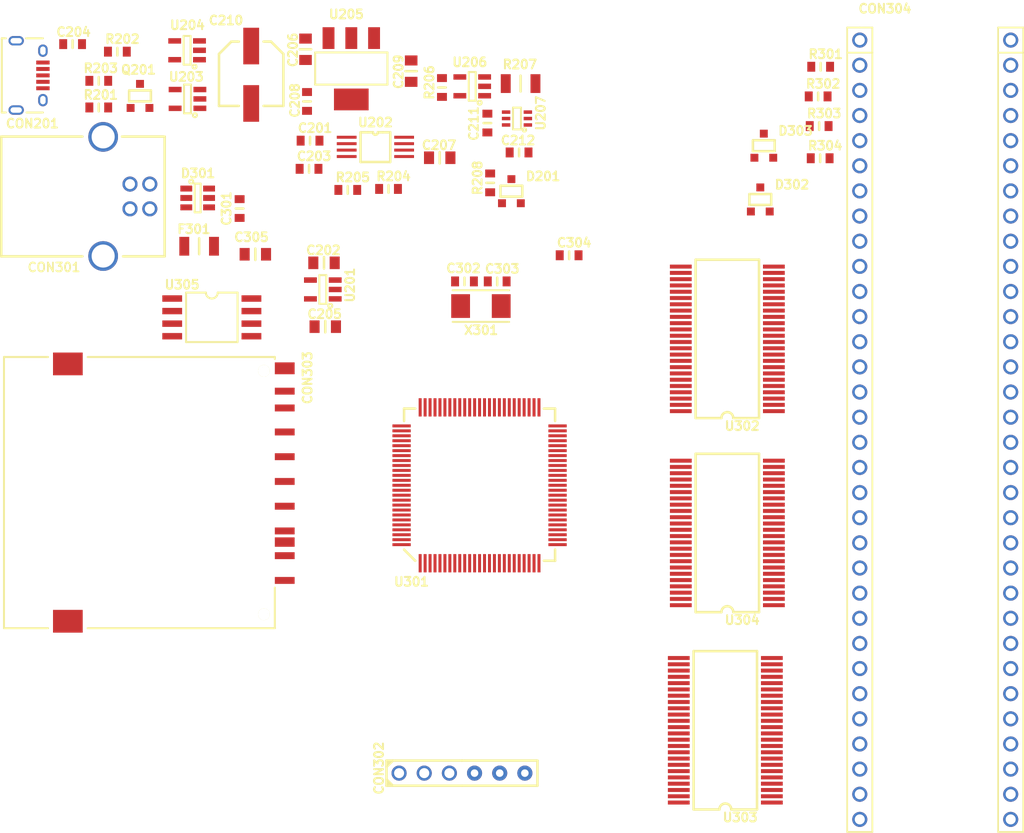
<source format=kicad_pcb>
(kicad_pcb (version 4) (host pcbnew 4.0.2+dfsg1-stable)

  (general
    (links 268)
    (no_connects 268)
    (area 0 0 0 0)
    (thickness 1.6)
    (drawings 0)
    (tracks 0)
    (zones 0)
    (modules 53)
    (nets 201)
  )

  (page A4)
  (title_block
    (title UMDv2)
    (date 2018-09-08)
    (rev 2.0)
    (company "db Electronics")
    (comment 1 https://github.com/db-electronics/UMDv2-kicad)
    (comment 2 "Licensed Under CERN OHL v.1.2")
    (comment 3 "Copyright René Richard 2018")
  )

  (layers
    (0 F.Cu signal)
    (31 B.Cu signal)
    (32 B.Adhes user)
    (33 F.Adhes user)
    (34 B.Paste user)
    (35 F.Paste user)
    (36 B.SilkS user)
    (37 F.SilkS user)
    (38 B.Mask user)
    (39 F.Mask user)
    (40 Dwgs.User user)
    (41 Cmts.User user)
    (42 Eco1.User user)
    (43 Eco2.User user)
    (44 Edge.Cuts user)
    (45 Margin user)
    (46 B.CrtYd user)
    (47 F.CrtYd user)
    (48 B.Fab user)
    (49 F.Fab user)
  )

  (setup
    (last_trace_width 0.25)
    (trace_clearance 0.2)
    (zone_clearance 0.508)
    (zone_45_only no)
    (trace_min 0.2)
    (segment_width 0.2)
    (edge_width 0.15)
    (via_size 0.6)
    (via_drill 0.4)
    (via_min_size 0.4)
    (via_min_drill 0.3)
    (uvia_size 0.3)
    (uvia_drill 0.1)
    (uvias_allowed no)
    (uvia_min_size 0.2)
    (uvia_min_drill 0.1)
    (pcb_text_width 0.3)
    (pcb_text_size 1.5 1.5)
    (mod_edge_width 0.15)
    (mod_text_size 1 1)
    (mod_text_width 0.15)
    (pad_size 1.524 1.524)
    (pad_drill 0.762)
    (pad_to_mask_clearance 0.2)
    (aux_axis_origin 0 0)
    (visible_elements FFFFFF7F)
    (pcbplotparams
      (layerselection 0x00030_80000001)
      (usegerberextensions false)
      (excludeedgelayer true)
      (linewidth 0.100000)
      (plotframeref false)
      (viasonmask false)
      (mode 1)
      (useauxorigin false)
      (hpglpennumber 1)
      (hpglpenspeed 20)
      (hpglpendiameter 15)
      (hpglpenoverlay 2)
      (psnegative false)
      (psa4output false)
      (plotreference true)
      (plotvalue true)
      (plotinvisibletext false)
      (padsonsilk false)
      (subtractmaskfromsilk false)
      (outputformat 1)
      (mirror false)
      (drillshape 1)
      (scaleselection 1)
      (outputdirectory ""))
  )

  (net 0 "")
  (net 1 GND)
  (net 2 VCC)
  (net 3 +3V3)
  (net 4 +5V)
  (net 5 +5VD)
  (net 6 "/Power Section/Vsec")
  (net 7 +3.3VP)
  (net 8 VDD)
  (net 9 "/Power Section/RS+")
  (net 10 "Net-(C302-Pad1)")
  (net 11 "Net-(C303-Pad1)")
  (net 12 "Net-(C304-Pad2)")
  (net 13 "Net-(C305-Pad2)")
  (net 14 "Net-(CON201-Pad3)")
  (net 15 "Net-(CON201-Pad4)")
  (net 16 "Net-(CON201-Pad2)")
  (net 17 /Microcontroller/D+in)
  (net 18 /Microcontroller/Vbus)
  (net 19 /Microcontroller/D-in)
  (net 20 /Microcontroller/~MCLR~)
  (net 21 /Microcontroller/PGD)
  (net 22 /Microcontroller/PGC)
  (net 23 "Net-(CON302-Pad6)")
  (net 24 "Net-(CON303-Pad9)")
  (net 25 /Microcontroller/~SSSD~)
  (net 26 /Microcontroller/~SDCD~)
  (net 27 /Microcontroller/SDO2)
  (net 28 "Net-(CON303-Pad3)")
  (net 29 "Net-(CON303-Pad4)")
  (net 30 /Microcontroller/SCK2)
  (net 31 "Net-(CON303-Pad6)")
  (net 32 /Microcontroller/SDI2)
  (net 33 "Net-(CON303-Pad8)")
  (net 34 "Net-(CON303-Pad11)")
  (net 35 "Net-(CON303-Pad12)")
  (net 36 "Net-(CON304-Pad4)")
  (net 37 "Net-(CON304-Pad5)")
  (net 38 /Microcontroller/UGP0)
  (net 39 /Microcontroller/UGP1)
  (net 40 /Microcontroller/~URD~)
  (net 41 /Microcontroller/~UCE0~)
  (net 42 /Microcontroller/~UCE1~)
  (net 43 /Microcontroller/UA15)
  (net 44 /Microcontroller/UD15)
  (net 45 /Microcontroller/UD14)
  (net 46 /Microcontroller/UA14)
  (net 47 /Microcontroller/UA13)
  (net 48 /Microcontroller/UD13)
  (net 49 /Microcontroller/UD12)
  (net 50 /Microcontroller/UA12)
  (net 51 /Microcontroller/UA7)
  (net 52 /Microcontroller/UD7)
  (net 53 /Microcontroller/UD6)
  (net 54 /Microcontroller/UA6)
  (net 55 /Microcontroller/UA5)
  (net 56 /Microcontroller/UD5)
  (net 57 /Microcontroller/UD4)
  (net 58 /Microcontroller/UA4)
  (net 59 /Microcontroller/UA23)
  (net 60 /Microcontroller/UA22)
  (net 61 /Microcontroller/UA21)
  (net 62 /Microcontroller/UA20)
  (net 63 /Microcontroller/UA19)
  (net 64 /Microcontroller/UA18)
  (net 65 /Microcontroller/UA17)
  (net 66 /Microcontroller/UA16)
  (net 67 /Microcontroller/UA3)
  (net 68 /Microcontroller/UD3)
  (net 69 /Microcontroller/UD2)
  (net 70 /Microcontroller/UA2)
  (net 71 /Microcontroller/UA1)
  (net 72 /Microcontroller/UD1)
  (net 73 /Microcontroller/UD0)
  (net 74 /Microcontroller/UA0)
  (net 75 /Microcontroller/UA11)
  (net 76 /Microcontroller/UD11)
  (net 77 /Microcontroller/UD10)
  (net 78 /Microcontroller/UA10)
  (net 79 /Microcontroller/UA9)
  (net 80 /Microcontroller/UD9)
  (net 81 /Microcontroller/UD8)
  (net 82 /Microcontroller/UA8)
  (net 83 /Microcontroller/~UCART~)
  (net 84 /Microcontroller/~URST~)
  (net 85 /Microcontroller/~UWR~)
  (net 86 /Microcontroller/USDI4/URX2/USDA5/GP5)
  (net 87 /Microcontroller/USDO4/UTX2/USCL5/GP4)
  (net 88 /Microcontroller/USCK4/UTX5/GP3)
  (net 89 /Microcontroller/~USS4~/URX5/GP2)
  (net 90 /Microcontroller/SCL1)
  (net 91 /Microcontroller/SDA1)
  (net 92 /Microcontroller/iSense)
  (net 93 /Microcontroller/D+)
  (net 94 /Microcontroller/D-)
  (net 95 /Microcontroller/AN1)
  (net 96 /Microcontroller/AN0)
  (net 97 "Net-(Q201-Pad1)")
  (net 98 "Net-(Q201-Pad3)")
  (net 99 "Net-(R204-Pad2)")
  (net 100 "Net-(R205-Pad1)")
  (net 101 /Microcontroller/CVEN)
  (net 102 "Net-(R208-Pad1)")
  (net 103 "Net-(U201-Pad4)")
  (net 104 /Microcontroller/5V/~3V~)
  (net 105 "Net-(U203-Pad3)")
  (net 106 "Net-(U204-Pad3)")
  (net 107 "Net-(U206-Pad3)")
  (net 108 "Net-(U301-Pad1)")
  (net 109 /Microcontroller/D5)
  (net 110 /Microcontroller/D6)
  (net 111 /Microcontroller/D7)
  (net 112 /Microcontroller/PRG_BTN)
  (net 113 /Microcontroller/BOOT)
  (net 114 "Net-(U301-Pad8)")
  (net 115 "Net-(U301-Pad9)")
  (net 116 "Net-(U301-Pad16)")
  (net 117 /Microcontroller/A16)
  (net 118 "Net-(U301-Pad19)")
  (net 119 "Net-(U301-Pad20)")
  (net 120 "Net-(U301-Pad21)")
  (net 121 "Net-(U301-Pad22)")
  (net 122 "Net-(U301-Pad28)")
  (net 123 "Net-(U301-Pad29)")
  (net 124 "Net-(U301-Pad30)")
  (net 125 "Net-(U301-Pad32)")
  (net 126 "Net-(U301-Pad33)")
  (net 127 "Net-(U301-Pad34)")
  (net 128 "Net-(U301-Pad35)")
  (net 129 "Net-(U301-Pad37)")
  (net 130 /Microcontroller/A17)
  (net 131 "Net-(U301-Pad41)")
  (net 132 /Microcontroller/~AOE~)
  (net 133 /Microcontroller/ALH)
  (net 134 /Microcontroller/ALL)
  (net 135 "Net-(U301-Pad46)")
  (net 136 "Net-(U301-Pad47)")
  (net 137 "Net-(U301-Pad48)")
  (net 138 "Net-(U301-Pad51)")
  (net 139 "Net-(U301-Pad52)")
  (net 140 "Net-(U301-Pad53)")
  (net 141 "Net-(U301-Pad55)")
  (net 142 /Microcontroller/A18)
  (net 143 /Microcontroller/A19)
  (net 144 /Microcontroller/A20)
  (net 145 /Microcontroller/A21)
  (net 146 "Net-(U301-Pad62)")
  (net 147 "Net-(U301-Pad68)")
  (net 148 "Net-(U301-Pad69)")
  (net 149 /Microcontroller/~CE1~)
  (net 150 /Microcontroller/~CE0~)
  (net 151 /Microcontroller/GP0)
  (net 152 "Net-(U301-Pad73)")
  (net 153 "Net-(U301-Pad74)")
  (net 154 /Microcontroller/GP1)
  (net 155 "Net-(U301-Pad77)")
  (net 156 "Net-(U301-Pad78)")
  (net 157 /Microcontroller/D12)
  (net 158 /Microcontroller/D13)
  (net 159 /Microcontroller/~WR~)
  (net 160 /Microcontroller/~RD~)
  (net 161 /Microcontroller/D14)
  (net 162 /Microcontroller/D15)
  (net 163 "Net-(U301-Pad86)")
  (net 164 /Microcontroller/D11)
  (net 165 /Microcontroller/D10)
  (net 166 /Microcontroller/D9)
  (net 167 /Microcontroller/D8)
  (net 168 /Microcontroller/A22)
  (net 169 /Microcontroller/A23)
  (net 170 /Microcontroller/D0)
  (net 171 /Microcontroller/D1)
  (net 172 "Net-(U301-Pad95)")
  (net 173 /Microcontroller/D2)
  (net 174 /Microcontroller/D3)
  (net 175 /Microcontroller/D4)
  (net 176 "Net-(U302-Pad1)")
  (net 177 "Net-(U302-Pad7)")
  (net 178 "Net-(U302-Pad18)")
  (net 179 "Net-(U302-Pad24)")
  (net 180 "Net-(U302-Pad25)")
  (net 181 "Net-(U302-Pad31)")
  (net 182 "Net-(U302-Pad42)")
  (net 183 "Net-(U302-Pad48)")
  (net 184 "Net-(U303-Pad2)")
  (net 185 "Net-(U303-Pad3)")
  (net 186 "Net-(U303-Pad7)")
  (net 187 "Net-(U303-Pad18)")
  (net 188 "Net-(U303-Pad31)")
  (net 189 "Net-(U303-Pad42)")
  (net 190 "Net-(U303-Pad46)")
  (net 191 "Net-(U303-Pad47)")
  (net 192 "Net-(U303-Pad48)")
  (net 193 "Net-(U304-Pad7)")
  (net 194 "Net-(U304-Pad18)")
  (net 195 "Net-(U304-Pad31)")
  (net 196 "Net-(U304-Pad42)")
  (net 197 "Net-(U305-Pad3)")
  (net 198 "Net-(U305-Pad4)")
  (net 199 "Net-(U305-Pad7)")
  (net 200 "Net-(U305-Pad8)")

  (net_class Default "This is the default net class."
    (clearance 0.2)
    (trace_width 0.25)
    (via_dia 0.6)
    (via_drill 0.4)
    (uvia_dia 0.3)
    (uvia_drill 0.1)
    (add_net +3.3VP)
    (add_net +3V3)
    (add_net +5V)
    (add_net +5VD)
    (add_net /Microcontroller/5V/~3V~)
    (add_net /Microcontroller/A16)
    (add_net /Microcontroller/A17)
    (add_net /Microcontroller/A18)
    (add_net /Microcontroller/A19)
    (add_net /Microcontroller/A20)
    (add_net /Microcontroller/A21)
    (add_net /Microcontroller/A22)
    (add_net /Microcontroller/A23)
    (add_net /Microcontroller/ALH)
    (add_net /Microcontroller/ALL)
    (add_net /Microcontroller/AN0)
    (add_net /Microcontroller/AN1)
    (add_net /Microcontroller/BOOT)
    (add_net /Microcontroller/CVEN)
    (add_net /Microcontroller/D+)
    (add_net /Microcontroller/D+in)
    (add_net /Microcontroller/D-)
    (add_net /Microcontroller/D-in)
    (add_net /Microcontroller/D0)
    (add_net /Microcontroller/D1)
    (add_net /Microcontroller/D10)
    (add_net /Microcontroller/D11)
    (add_net /Microcontroller/D12)
    (add_net /Microcontroller/D13)
    (add_net /Microcontroller/D14)
    (add_net /Microcontroller/D15)
    (add_net /Microcontroller/D2)
    (add_net /Microcontroller/D3)
    (add_net /Microcontroller/D4)
    (add_net /Microcontroller/D5)
    (add_net /Microcontroller/D6)
    (add_net /Microcontroller/D7)
    (add_net /Microcontroller/D8)
    (add_net /Microcontroller/D9)
    (add_net /Microcontroller/GP0)
    (add_net /Microcontroller/GP1)
    (add_net /Microcontroller/PGC)
    (add_net /Microcontroller/PGD)
    (add_net /Microcontroller/PRG_BTN)
    (add_net /Microcontroller/SCK2)
    (add_net /Microcontroller/SCL1)
    (add_net /Microcontroller/SDA1)
    (add_net /Microcontroller/SDI2)
    (add_net /Microcontroller/SDO2)
    (add_net /Microcontroller/UA0)
    (add_net /Microcontroller/UA1)
    (add_net /Microcontroller/UA10)
    (add_net /Microcontroller/UA11)
    (add_net /Microcontroller/UA12)
    (add_net /Microcontroller/UA13)
    (add_net /Microcontroller/UA14)
    (add_net /Microcontroller/UA15)
    (add_net /Microcontroller/UA16)
    (add_net /Microcontroller/UA17)
    (add_net /Microcontroller/UA18)
    (add_net /Microcontroller/UA19)
    (add_net /Microcontroller/UA2)
    (add_net /Microcontroller/UA20)
    (add_net /Microcontroller/UA21)
    (add_net /Microcontroller/UA22)
    (add_net /Microcontroller/UA23)
    (add_net /Microcontroller/UA3)
    (add_net /Microcontroller/UA4)
    (add_net /Microcontroller/UA5)
    (add_net /Microcontroller/UA6)
    (add_net /Microcontroller/UA7)
    (add_net /Microcontroller/UA8)
    (add_net /Microcontroller/UA9)
    (add_net /Microcontroller/UD0)
    (add_net /Microcontroller/UD1)
    (add_net /Microcontroller/UD10)
    (add_net /Microcontroller/UD11)
    (add_net /Microcontroller/UD12)
    (add_net /Microcontroller/UD13)
    (add_net /Microcontroller/UD14)
    (add_net /Microcontroller/UD15)
    (add_net /Microcontroller/UD2)
    (add_net /Microcontroller/UD3)
    (add_net /Microcontroller/UD4)
    (add_net /Microcontroller/UD5)
    (add_net /Microcontroller/UD6)
    (add_net /Microcontroller/UD7)
    (add_net /Microcontroller/UD8)
    (add_net /Microcontroller/UD9)
    (add_net /Microcontroller/UGP0)
    (add_net /Microcontroller/UGP1)
    (add_net /Microcontroller/USCK4/UTX5/GP3)
    (add_net /Microcontroller/USDI4/URX2/USDA5/GP5)
    (add_net /Microcontroller/USDO4/UTX2/USCL5/GP4)
    (add_net /Microcontroller/Vbus)
    (add_net /Microcontroller/iSense)
    (add_net /Microcontroller/~AOE~)
    (add_net /Microcontroller/~CE0~)
    (add_net /Microcontroller/~CE1~)
    (add_net /Microcontroller/~MCLR~)
    (add_net /Microcontroller/~RD~)
    (add_net /Microcontroller/~SDCD~)
    (add_net /Microcontroller/~SSSD~)
    (add_net /Microcontroller/~UCART~)
    (add_net /Microcontroller/~UCE0~)
    (add_net /Microcontroller/~UCE1~)
    (add_net /Microcontroller/~URD~)
    (add_net /Microcontroller/~URST~)
    (add_net /Microcontroller/~USS4~/URX5/GP2)
    (add_net /Microcontroller/~UWR~)
    (add_net /Microcontroller/~WR~)
    (add_net "/Power Section/RS+")
    (add_net "/Power Section/Vsec")
    (add_net GND)
    (add_net "Net-(C302-Pad1)")
    (add_net "Net-(C303-Pad1)")
    (add_net "Net-(C304-Pad2)")
    (add_net "Net-(C305-Pad2)")
    (add_net "Net-(CON201-Pad2)")
    (add_net "Net-(CON201-Pad3)")
    (add_net "Net-(CON201-Pad4)")
    (add_net "Net-(CON302-Pad6)")
    (add_net "Net-(CON303-Pad11)")
    (add_net "Net-(CON303-Pad12)")
    (add_net "Net-(CON303-Pad3)")
    (add_net "Net-(CON303-Pad4)")
    (add_net "Net-(CON303-Pad6)")
    (add_net "Net-(CON303-Pad8)")
    (add_net "Net-(CON303-Pad9)")
    (add_net "Net-(CON304-Pad4)")
    (add_net "Net-(CON304-Pad5)")
    (add_net "Net-(Q201-Pad1)")
    (add_net "Net-(Q201-Pad3)")
    (add_net "Net-(R204-Pad2)")
    (add_net "Net-(R205-Pad1)")
    (add_net "Net-(R208-Pad1)")
    (add_net "Net-(U201-Pad4)")
    (add_net "Net-(U203-Pad3)")
    (add_net "Net-(U204-Pad3)")
    (add_net "Net-(U206-Pad3)")
    (add_net "Net-(U301-Pad1)")
    (add_net "Net-(U301-Pad16)")
    (add_net "Net-(U301-Pad19)")
    (add_net "Net-(U301-Pad20)")
    (add_net "Net-(U301-Pad21)")
    (add_net "Net-(U301-Pad22)")
    (add_net "Net-(U301-Pad28)")
    (add_net "Net-(U301-Pad29)")
    (add_net "Net-(U301-Pad30)")
    (add_net "Net-(U301-Pad32)")
    (add_net "Net-(U301-Pad33)")
    (add_net "Net-(U301-Pad34)")
    (add_net "Net-(U301-Pad35)")
    (add_net "Net-(U301-Pad37)")
    (add_net "Net-(U301-Pad41)")
    (add_net "Net-(U301-Pad46)")
    (add_net "Net-(U301-Pad47)")
    (add_net "Net-(U301-Pad48)")
    (add_net "Net-(U301-Pad51)")
    (add_net "Net-(U301-Pad52)")
    (add_net "Net-(U301-Pad53)")
    (add_net "Net-(U301-Pad55)")
    (add_net "Net-(U301-Pad62)")
    (add_net "Net-(U301-Pad68)")
    (add_net "Net-(U301-Pad69)")
    (add_net "Net-(U301-Pad73)")
    (add_net "Net-(U301-Pad74)")
    (add_net "Net-(U301-Pad77)")
    (add_net "Net-(U301-Pad78)")
    (add_net "Net-(U301-Pad8)")
    (add_net "Net-(U301-Pad86)")
    (add_net "Net-(U301-Pad9)")
    (add_net "Net-(U301-Pad95)")
    (add_net "Net-(U302-Pad1)")
    (add_net "Net-(U302-Pad18)")
    (add_net "Net-(U302-Pad24)")
    (add_net "Net-(U302-Pad25)")
    (add_net "Net-(U302-Pad31)")
    (add_net "Net-(U302-Pad42)")
    (add_net "Net-(U302-Pad48)")
    (add_net "Net-(U302-Pad7)")
    (add_net "Net-(U303-Pad18)")
    (add_net "Net-(U303-Pad2)")
    (add_net "Net-(U303-Pad3)")
    (add_net "Net-(U303-Pad31)")
    (add_net "Net-(U303-Pad42)")
    (add_net "Net-(U303-Pad46)")
    (add_net "Net-(U303-Pad47)")
    (add_net "Net-(U303-Pad48)")
    (add_net "Net-(U303-Pad7)")
    (add_net "Net-(U304-Pad18)")
    (add_net "Net-(U304-Pad31)")
    (add_net "Net-(U304-Pad42)")
    (add_net "Net-(U304-Pad7)")
    (add_net "Net-(U305-Pad3)")
    (add_net "Net-(U305-Pad4)")
    (add_net "Net-(U305-Pad7)")
    (add_net "Net-(U305-Pad8)")
    (add_net VCC)
    (add_net VDD)
  )

  (module db-smt:0603 (layer F.Cu) (tedit 5AA6C7C1) (tstamp 5BA048CA)
    (at 124.7648 74.5236)
    (tags 0603)
    (path /5B98554A/5B98511B)
    (solder_mask_margin 0.1016)
    (attr smd)
    (fp_text reference C201 (at 0.508 -1.27) (layer F.SilkS)
      (effects (font (size 0.889 0.889) (thickness 0.2032)))
    )
    (fp_text value 0.1uF/50V (at 0.508 -2.54) (layer F.Fab) hide
      (effects (font (size 1 1) (thickness 0.15)))
    )
    (fp_line (start 0 -0.381) (end 0 0.381) (layer F.SilkS) (width 0.254))
    (pad 1 smd rect (at -0.95 0) (size 0.8 1) (layers F.Cu F.Paste F.Mask)
      (net 1 GND))
    (pad 2 smd rect (at 0.95 0) (size 0.8 1) (layers F.Cu F.Paste F.Mask)
      (net 3 +3V3))
    (model Resistors_SMD.3dshapes/R_0603.wrl
      (at (xyz 0 0 0))
      (scale (xyz 1 1 1))
      (rotate (xyz 0 0 0))
    )
  )

  (module db-smt:0805 (layer F.Cu) (tedit 5AA1DFC6) (tstamp 5BA048D1)
    (at 125.095 86.868)
    (tags 0805)
    (path /5B98554A/5B985D2D)
    (solder_mask_margin 0.1016)
    (attr smd)
    (fp_text reference C202 (at 1.016 -1.27) (layer F.SilkS)
      (effects (font (size 0.889 0.889) (thickness 0.2032)))
    )
    (fp_text value 10uF/16V (at 1.016 -2.54) (layer F.Fab) hide
      (effects (font (size 1 1) (thickness 0.15)))
    )
    (fp_line (start 1.0795 -0.5715) (end 1.0795 0.5715) (layer F.SilkS) (width 0.254))
    (pad 1 smd rect (at 0 0) (size 1.016 1.27) (layers F.Cu F.Paste F.Mask)
      (net 5 +5VD))
    (pad 2 smd rect (at 2.159 0) (size 1.016 1.27) (layers F.Cu F.Paste F.Mask)
      (net 1 GND))
    (model Resistors_SMD.3dshapes/R_0603.wrl
      (at (xyz 0 0 0))
      (scale (xyz 1 1 1))
      (rotate (xyz 0 0 0))
    )
  )

  (module db-smt:0603 (layer F.Cu) (tedit 5AA6C7C1) (tstamp 5BA048D8)
    (at 124.6632 77.3684)
    (tags 0603)
    (path /5B98554A/5B985124)
    (solder_mask_margin 0.1016)
    (attr smd)
    (fp_text reference C203 (at 0.508 -1.27) (layer F.SilkS)
      (effects (font (size 0.889 0.889) (thickness 0.2032)))
    )
    (fp_text value 0.1uF/50V (at 0.508 -2.54) (layer F.Fab) hide
      (effects (font (size 1 1) (thickness 0.15)))
    )
    (fp_line (start 0 -0.381) (end 0 0.381) (layer F.SilkS) (width 0.254))
    (pad 1 smd rect (at -0.95 0) (size 0.8 1) (layers F.Cu F.Paste F.Mask)
      (net 1 GND))
    (pad 2 smd rect (at 0.95 0) (size 0.8 1) (layers F.Cu F.Paste F.Mask)
      (net 4 +5V))
    (model Resistors_SMD.3dshapes/R_0603.wrl
      (at (xyz 0 0 0))
      (scale (xyz 1 1 1))
      (rotate (xyz 0 0 0))
    )
  )

  (module db-smt:0603 (layer F.Cu) (tedit 5AA6C7C1) (tstamp 5BA048DF)
    (at 100.7872 64.77 180)
    (tags 0603)
    (path /5B98554A/5B986355)
    (solder_mask_margin 0.1016)
    (attr smd)
    (fp_text reference C204 (at -0.1016 1.2192 180) (layer F.SilkS)
      (effects (font (size 0.889 0.889) (thickness 0.2032)))
    )
    (fp_text value 0.1uF/50V (at 0.508 -2.54 180) (layer F.Fab) hide
      (effects (font (size 1 1) (thickness 0.15)))
    )
    (fp_line (start 0 -0.381) (end 0 0.381) (layer F.SilkS) (width 0.254))
    (pad 1 smd rect (at -0.95 0 180) (size 0.8 1) (layers F.Cu F.Paste F.Mask)
      (net 1 GND))
    (pad 2 smd rect (at 0.95 0 180) (size 0.8 1) (layers F.Cu F.Paste F.Mask)
      (net 6 "/Power Section/Vsec"))
    (model Resistors_SMD.3dshapes/R_0603.wrl
      (at (xyz 0 0 0))
      (scale (xyz 1 1 1))
      (rotate (xyz 0 0 0))
    )
  )

  (module db-smt:0805 (layer F.Cu) (tedit 5AA1DFC6) (tstamp 5BA048E6)
    (at 125.222 93.3196)
    (tags 0805)
    (path /5B98554A/5B98C1B8)
    (solder_mask_margin 0.1016)
    (attr smd)
    (fp_text reference C205 (at 1.016 -1.27) (layer F.SilkS)
      (effects (font (size 0.889 0.889) (thickness 0.2032)))
    )
    (fp_text value 10uF/16V (at 1.016 -2.54) (layer F.Fab) hide
      (effects (font (size 1 1) (thickness 0.15)))
    )
    (fp_line (start 1.0795 -0.5715) (end 1.0795 0.5715) (layer F.SilkS) (width 0.254))
    (pad 1 smd rect (at 0 0) (size 1.016 1.27) (layers F.Cu F.Paste F.Mask)
      (net 7 +3.3VP))
    (pad 2 smd rect (at 2.159 0) (size 1.016 1.27) (layers F.Cu F.Paste F.Mask)
      (net 1 GND))
    (model Resistors_SMD.3dshapes/R_0603.wrl
      (at (xyz 0 0 0))
      (scale (xyz 1 1 1))
      (rotate (xyz 0 0 0))
    )
  )

  (module db-smt:0805 (layer F.Cu) (tedit 5AA1DFC6) (tstamp 5BA048ED)
    (at 124.3076 66.3702 90)
    (tags 0805)
    (path /5B98554A/5B98DEEB)
    (solder_mask_margin 0.1016)
    (attr smd)
    (fp_text reference C206 (at 1.016 -1.27 90) (layer F.SilkS)
      (effects (font (size 0.889 0.889) (thickness 0.2032)))
    )
    (fp_text value 10uF/16V (at 1.016 -2.54 90) (layer F.Fab) hide
      (effects (font (size 1 1) (thickness 0.15)))
    )
    (fp_line (start 1.0795 -0.5715) (end 1.0795 0.5715) (layer F.SilkS) (width 0.254))
    (pad 1 smd rect (at 0 0 90) (size 1.016 1.27) (layers F.Cu F.Paste F.Mask)
      (net 4 +5V))
    (pad 2 smd rect (at 2.159 0 90) (size 1.016 1.27) (layers F.Cu F.Paste F.Mask)
      (net 1 GND))
    (model Resistors_SMD.3dshapes/R_0603.wrl
      (at (xyz 0 0 0))
      (scale (xyz 1 1 1))
      (rotate (xyz 0 0 0))
    )
  )

  (module db-smt:0805 (layer F.Cu) (tedit 5AA1DFC6) (tstamp 5BA048F4)
    (at 136.779 76.2508)
    (tags 0805)
    (path /5B98554A/5B985170)
    (solder_mask_margin 0.1016)
    (attr smd)
    (fp_text reference C207 (at 1.016 -1.27) (layer F.SilkS)
      (effects (font (size 0.889 0.889) (thickness 0.2032)))
    )
    (fp_text value 10uF/16V (at 1.016 -2.54) (layer F.Fab) hide
      (effects (font (size 1 1) (thickness 0.15)))
    )
    (fp_line (start 1.0795 -0.5715) (end 1.0795 0.5715) (layer F.SilkS) (width 0.254))
    (pad 1 smd rect (at 0 0) (size 1.016 1.27) (layers F.Cu F.Paste F.Mask)
      (net 8 VDD))
    (pad 2 smd rect (at 2.159 0) (size 1.016 1.27) (layers F.Cu F.Paste F.Mask)
      (net 1 GND))
    (model Resistors_SMD.3dshapes/R_0603.wrl
      (at (xyz 0 0 0))
      (scale (xyz 1 1 1))
      (rotate (xyz 0 0 0))
    )
  )

  (module db-smt:0603 (layer F.Cu) (tedit 5AA6C7C1) (tstamp 5BA048FB)
    (at 124.46 70.5612 90)
    (tags 0603)
    (path /5B98554A/5B986326)
    (solder_mask_margin 0.1016)
    (attr smd)
    (fp_text reference C208 (at 0.1016 -1.2192 90) (layer F.SilkS)
      (effects (font (size 0.889 0.889) (thickness 0.2032)))
    )
    (fp_text value 0.1uF/50V (at 0.508 -2.54 90) (layer F.Fab) hide
      (effects (font (size 1 1) (thickness 0.15)))
    )
    (fp_line (start 0 -0.381) (end 0 0.381) (layer F.SilkS) (width 0.254))
    (pad 1 smd rect (at -0.95 0 90) (size 0.8 1) (layers F.Cu F.Paste F.Mask)
      (net 1 GND))
    (pad 2 smd rect (at 0.95 0 90) (size 0.8 1) (layers F.Cu F.Paste F.Mask)
      (net 4 +5V))
    (model Resistors_SMD.3dshapes/R_0603.wrl
      (at (xyz 0 0 0))
      (scale (xyz 1 1 1))
      (rotate (xyz 0 0 0))
    )
  )

  (module db-smt:0805 (layer F.Cu) (tedit 5AA1DFC6) (tstamp 5BA04902)
    (at 134.9756 68.58 90)
    (tags 0805)
    (path /5B98554A/5B98E51A)
    (solder_mask_margin 0.1016)
    (attr smd)
    (fp_text reference C209 (at 1.016 -1.27 90) (layer F.SilkS)
      (effects (font (size 0.889 0.889) (thickness 0.2032)))
    )
    (fp_text value 10uF/16V (at 1.016 -2.54 90) (layer F.Fab) hide
      (effects (font (size 1 1) (thickness 0.15)))
    )
    (fp_line (start 1.0795 -0.5715) (end 1.0795 0.5715) (layer F.SilkS) (width 0.254))
    (pad 1 smd rect (at 0 0 90) (size 1.016 1.27) (layers F.Cu F.Paste F.Mask)
      (net 3 +3V3))
    (pad 2 smd rect (at 2.159 0 90) (size 1.016 1.27) (layers F.Cu F.Paste F.Mask)
      (net 1 GND))
    (model Resistors_SMD.3dshapes/R_0603.wrl
      (at (xyz 0 0 0))
      (scale (xyz 1 1 1))
      (rotate (xyz 0 0 0))
    )
  )

  (module db-smt:SMD-6.6x6.6 (layer F.Cu) (tedit 5A6BE195) (tstamp 5BA04910)
    (at 118.8212 70.7644 90)
    (path /5B98554A/5B98632F)
    (solder_mask_margin 0.1016)
    (fp_text reference C210 (at 8.3908 -2.54 360) (layer F.SilkS)
      (effects (font (size 0.889 0.889) (thickness 0.2032)))
    )
    (fp_text value 220uF/10V (at 4.064 -5.334 90) (layer F.Fab) hide
      (effects (font (size 0.889 0.889) (thickness 0.1778)))
    )
    (fp_line (start 6.25 2) (end 5 3.25) (layer F.SilkS) (width 0.254))
    (fp_line (start 6.25 1.25) (end 6.25 2) (layer F.SilkS) (width 0.254))
    (fp_line (start 6.25 -2) (end 5 -3.25) (layer F.SilkS) (width 0.254))
    (fp_line (start 6.25 -1.25) (end 6.25 -2) (layer F.SilkS) (width 0.254))
    (fp_line (start -0.25 3.25) (end 5 3.25) (layer F.SilkS) (width 0.254))
    (fp_line (start -0.25 1.25) (end -0.25 3.25) (layer F.SilkS) (width 0.254))
    (fp_line (start -0.25 -3.25) (end 5 -3.25) (layer F.SilkS) (width 0.254))
    (fp_line (start -0.25 -1.25) (end -0.25 -3.25) (layer F.SilkS) (width 0.254))
    (pad 2 smd rect (at 0 0 90) (size 3.7 1.6) (layers F.Cu F.Paste F.Mask)
      (net 1 GND))
    (pad 1 smd rect (at 5.8 0 90) (size 3.7 1.6) (layers F.Cu F.Paste F.Mask)
      (net 4 +5V))
  )

  (module db-smt:0603 (layer F.Cu) (tedit 5AA6C7C1) (tstamp 5BA04917)
    (at 142.6718 72.7456 90)
    (tags 0603)
    (path /5B98554A/5B98517F)
    (solder_mask_margin 0.1016)
    (attr smd)
    (fp_text reference C211 (at -0.0508 -1.3716 90) (layer F.SilkS)
      (effects (font (size 0.889 0.889) (thickness 0.2032)))
    )
    (fp_text value 0.1uF/50V (at 0.508 -2.54 90) (layer F.Fab) hide
      (effects (font (size 1 1) (thickness 0.15)))
    )
    (fp_line (start 0 -0.381) (end 0 0.381) (layer F.SilkS) (width 0.254))
    (pad 1 smd rect (at -0.95 0 90) (size 0.8 1) (layers F.Cu F.Paste F.Mask)
      (net 1 GND))
    (pad 2 smd rect (at 0.95 0 90) (size 0.8 1) (layers F.Cu F.Paste F.Mask)
      (net 9 "/Power Section/RS+"))
    (model Resistors_SMD.3dshapes/R_0603.wrl
      (at (xyz 0 0 0))
      (scale (xyz 1 1 1))
      (rotate (xyz 0 0 0))
    )
  )

  (module db-smt:0603 (layer F.Cu) (tedit 5AA6C7C1) (tstamp 5BA0491E)
    (at 145.8722 75.7174)
    (tags 0603)
    (path /5B98554A/5B9AF460)
    (solder_mask_margin 0.1016)
    (attr smd)
    (fp_text reference C212 (at -0.1016 -1.2192) (layer F.SilkS)
      (effects (font (size 0.889 0.889) (thickness 0.2032)))
    )
    (fp_text value 0.1uF/50V (at 0.508 -2.54) (layer F.Fab) hide
      (effects (font (size 1 1) (thickness 0.15)))
    )
    (fp_line (start 0 -0.381) (end 0 0.381) (layer F.SilkS) (width 0.254))
    (pad 1 smd rect (at -0.95 0) (size 0.8 1) (layers F.Cu F.Paste F.Mask)
      (net 1 GND))
    (pad 2 smd rect (at 0.95 0) (size 0.8 1) (layers F.Cu F.Paste F.Mask)
      (net 8 VDD))
    (model Resistors_SMD.3dshapes/R_0603.wrl
      (at (xyz 0 0 0))
      (scale (xyz 1 1 1))
      (rotate (xyz 0 0 0))
    )
  )

  (module db-smt:0603 (layer F.Cu) (tedit 5AA6C7C1) (tstamp 5BA04925)
    (at 117.6528 81.3816 90)
    (tags 0603)
    (path /5B9907CA/5B99C320)
    (solder_mask_margin 0.1016)
    (attr smd)
    (fp_text reference C301 (at 0 -1.3208 90) (layer F.SilkS)
      (effects (font (size 0.889 0.889) (thickness 0.2032)))
    )
    (fp_text value 0.1uF/50V (at 0.508 -2.54 90) (layer F.Fab) hide
      (effects (font (size 1 1) (thickness 0.15)))
    )
    (fp_line (start 0 -0.381) (end 0 0.381) (layer F.SilkS) (width 0.254))
    (pad 1 smd rect (at -0.95 0 90) (size 0.8 1) (layers F.Cu F.Paste F.Mask)
      (net 5 +5VD))
    (pad 2 smd rect (at 0.95 0 90) (size 0.8 1) (layers F.Cu F.Paste F.Mask)
      (net 1 GND))
    (model Resistors_SMD.3dshapes/R_0603.wrl
      (at (xyz 0 0 0))
      (scale (xyz 1 1 1))
      (rotate (xyz 0 0 0))
    )
  )

  (module db-smt:0603 (layer F.Cu) (tedit 5AA6C7C1) (tstamp 5BA0492C)
    (at 140.3604 88.7476 180)
    (tags 0603)
    (path /5B9907CA/5BA084E8)
    (solder_mask_margin 0.1016)
    (attr smd)
    (fp_text reference C302 (at 0.1016 1.3208 180) (layer F.SilkS)
      (effects (font (size 0.889 0.889) (thickness 0.2032)))
    )
    (fp_text value 18pF/10V (at 0.508 -2.54 180) (layer F.Fab) hide
      (effects (font (size 1 1) (thickness 0.15)))
    )
    (fp_line (start 0 -0.381) (end 0 0.381) (layer F.SilkS) (width 0.254))
    (pad 1 smd rect (at -0.95 0 180) (size 0.8 1) (layers F.Cu F.Paste F.Mask)
      (net 10 "Net-(C302-Pad1)"))
    (pad 2 smd rect (at 0.95 0 180) (size 0.8 1) (layers F.Cu F.Paste F.Mask)
      (net 1 GND))
    (model Resistors_SMD.3dshapes/R_0603.wrl
      (at (xyz 0 0 0))
      (scale (xyz 1 1 1))
      (rotate (xyz 0 0 0))
    )
  )

  (module db-smt:0603 (layer F.Cu) (tedit 5AA6C7C1) (tstamp 5BA04933)
    (at 143.6624 88.7476)
    (tags 0603)
    (path /5B9907CA/5BA04EC6)
    (solder_mask_margin 0.1016)
    (attr smd)
    (fp_text reference C303 (at 0.508 -1.27) (layer F.SilkS)
      (effects (font (size 0.889 0.889) (thickness 0.2032)))
    )
    (fp_text value 18pF/10V (at 0.508 -2.54) (layer F.Fab) hide
      (effects (font (size 1 1) (thickness 0.15)))
    )
    (fp_line (start 0 -0.381) (end 0 0.381) (layer F.SilkS) (width 0.254))
    (pad 1 smd rect (at -0.95 0) (size 0.8 1) (layers F.Cu F.Paste F.Mask)
      (net 11 "Net-(C303-Pad1)"))
    (pad 2 smd rect (at 0.95 0) (size 0.8 1) (layers F.Cu F.Paste F.Mask)
      (net 1 GND))
    (model Resistors_SMD.3dshapes/R_0603.wrl
      (at (xyz 0 0 0))
      (scale (xyz 1 1 1))
      (rotate (xyz 0 0 0))
    )
  )

  (module db-smt:0603 (layer F.Cu) (tedit 5AA6C7C1) (tstamp 5BA0493A)
    (at 150.9268 86.106)
    (tags 0603)
    (path /5B9907CA/5B9DF5AB)
    (solder_mask_margin 0.1016)
    (attr smd)
    (fp_text reference C304 (at 0.508 -1.27) (layer F.SilkS)
      (effects (font (size 0.889 0.889) (thickness 0.2032)))
    )
    (fp_text value 0.1uF/50V (at 0.508 -2.54) (layer F.Fab) hide
      (effects (font (size 1 1) (thickness 0.15)))
    )
    (fp_line (start 0 -0.381) (end 0 0.381) (layer F.SilkS) (width 0.254))
    (pad 1 smd rect (at -0.95 0) (size 0.8 1) (layers F.Cu F.Paste F.Mask)
      (net 1 GND))
    (pad 2 smd rect (at 0.95 0) (size 0.8 1) (layers F.Cu F.Paste F.Mask)
      (net 12 "Net-(C304-Pad2)"))
    (model Resistors_SMD.3dshapes/R_0603.wrl
      (at (xyz 0 0 0))
      (scale (xyz 1 1 1))
      (rotate (xyz 0 0 0))
    )
  )

  (module db-smt:0805 (layer F.Cu) (tedit 5AA1DFC6) (tstamp 5BA04941)
    (at 118.1608 86.0044)
    (tags 0805)
    (path /5B9907CA/5B9E1904)
    (solder_mask_margin 0.1016)
    (attr smd)
    (fp_text reference C305 (at 0.6858 -1.7272) (layer F.SilkS)
      (effects (font (size 0.889 0.889) (thickness 0.2032)))
    )
    (fp_text value 10uF/16V (at 1.016 -2.54) (layer F.Fab) hide
      (effects (font (size 1 1) (thickness 0.15)))
    )
    (fp_line (start 1.0795 -0.5715) (end 1.0795 0.5715) (layer F.SilkS) (width 0.254))
    (pad 1 smd rect (at 0 0) (size 1.016 1.27) (layers F.Cu F.Paste F.Mask)
      (net 1 GND))
    (pad 2 smd rect (at 2.159 0) (size 1.016 1.27) (layers F.Cu F.Paste F.Mask)
      (net 13 "Net-(C305-Pad2)"))
    (model Resistors_SMD.3dshapes/R_0603.wrl
      (at (xyz 0 0 0))
      (scale (xyz 1 1 1))
      (rotate (xyz 0 0 0))
    )
  )

  (module db-smt:USB-uB-10118194 (layer F.Cu) (tedit 5B969A69) (tstamp 5BA04953)
    (at 97.79 67.93 270)
    (path /5B98554A/5B9862FC)
    (solder_mask_margin 0.1016)
    (fp_text reference CON201 (at 4.8664 1.0668 360) (layer F.SilkS)
      (effects (font (size 0.889 0.889) (thickness 0.2032)))
    )
    (fp_text value 10118194-0001LF (at 4.25 -4.6 270) (layer F.Fab) hide
      (effects (font (size 0.889 0.889) (thickness 0.2032)))
    )
    (fp_line (start 3.75 1.65) (end 3.75 0) (layer F.SilkS) (width 0.2032))
    (fp_line (start -3.75 1.7) (end -3.75 0) (layer F.SilkS) (width 0.2032))
    (fp_line (start 3.75 4.15) (end 3.75 3.75) (layer F.SilkS) (width 0.2032))
    (fp_line (start -3.75 4.15) (end -3.75 3.75) (layer F.SilkS) (width 0.2032))
    (fp_line (start -3.75 4.15) (end 3.75 4.15) (layer F.SilkS) (width 0.2032))
    (pad 3 smd rect (at 0 0 270) (size 0.4 1.35) (layers F.Cu F.Paste F.Mask)
      (net 14 "Net-(CON201-Pad3)"))
    (pad 4 smd rect (at 0.65 0 270) (size 0.4 1.35) (layers F.Cu F.Paste F.Mask)
      (net 15 "Net-(CON201-Pad4)"))
    (pad 2 smd rect (at -0.65 0 270) (size 0.4 1.35) (layers F.Cu F.Paste F.Mask)
      (net 16 "Net-(CON201-Pad2)"))
    (pad 5 smd rect (at 1.3 0 270) (size 0.4 1.35) (layers F.Cu F.Paste F.Mask)
      (net 1 GND))
    (pad 1 smd rect (at -1.3 0 270) (size 0.4 1.35) (layers F.Cu F.Paste F.Mask)
      (net 6 "/Power Section/Vsec"))
    (pad 6 thru_hole oval (at -2.5 0 270) (size 1.25 0.95) (drill oval 0.85 0.55) (layers *.Cu *.Mask)
      (net 1 GND))
    (pad 6 thru_hole oval (at 2.5 0 270) (size 1.25 0.95) (drill oval 0.85 0.55) (layers *.Cu *.Mask)
      (net 1 GND))
    (pad 6 thru_hole oval (at -3.5 2.7 270) (size 0.95 1.55) (drill oval 0.55 1.15) (layers *.Cu *.Mask)
      (net 1 GND))
    (pad 6 thru_hole oval (at 3.5 2.7 270) (size 0.95 1.55) (drill oval 0.55 1.15) (layers *.Cu *.Mask)
      (net 1 GND))
  )

  (module db-thparts:USB-B1HSxx (layer F.Cu) (tedit 5B929E84) (tstamp 5BA04963)
    (at 106.5833 80.1626 90)
    (path /5B9907CA/5B99C2DF)
    (solder_mask_margin 0.1016)
    (fp_text reference CON301 (at -7.1626 -7.6757 180) (layer F.SilkS)
      (effects (font (size 0.889 0.889) (thickness 0.1778)))
    )
    (fp_text value USB-B1HSB6 (at -1.65 5.7 90) (layer F.Fab) hide
      (effects (font (size 0.889 0.889) (thickness 0.1778)))
    )
    (fp_line (start 6.05 -13) (end 6.05 -4.8) (layer F.SilkS) (width 0.254))
    (fp_line (start -6.05 -13) (end 6.05 -13) (layer F.SilkS) (width 0.254))
    (fp_line (start -6.05 -13) (end -6.05 -4.8) (layer F.SilkS) (width 0.254))
    (fp_line (start -6.05 3.5) (end -6.05 -0.7) (layer F.SilkS) (width 0.254))
    (fp_line (start 6.05 3.5) (end 6.05 -0.8) (layer F.SilkS) (width 0.254))
    (fp_line (start -6.05 3.5) (end 6.05 3.5) (layer F.SilkS) (width 0.254))
    (pad 4 thru_hole circle (at -1.25 0 90) (size 1.524 1.524) (drill 1.016) (layers *.Cu *.Mask)
      (net 1 GND))
    (pad 3 thru_hole circle (at 1.25 0 90) (size 1.524 1.524) (drill 1.016) (layers *.Cu *.Mask)
      (net 17 /Microcontroller/D+in))
    (pad 1 thru_hole circle (at -1.25 2 90) (size 1.524 1.524) (drill 1.016) (layers *.Cu *.Mask)
      (net 18 /Microcontroller/Vbus))
    (pad 2 thru_hole circle (at 1.25 2 90) (size 1.524 1.524) (drill 1.016) (layers *.Cu *.Mask)
      (net 19 /Microcontroller/D-in))
    (pad 5 thru_hole circle (at 6.02 -2.71 90) (size 3 3) (drill 2.33) (layers *.Cu *.Mask)
      (net 1 GND))
    (pad 5 thru_hole circle (at -6.02 -2.71 90) (size 3 3) (drill 2.33) (layers *.Cu *.Mask)
      (net 1 GND))
  )

  (module db-thparts:HDR1X6 (layer F.Cu) (tedit 5A70942D) (tstamp 5BA04977)
    (at 133.7564 138.43 90)
    (path /5B9907CA/5B99C2D6)
    (solder_mask_margin 0.1016)
    (fp_text reference CON302 (at 0.508 -2.032 90) (layer F.SilkS)
      (effects (font (size 0.889 0.889) (thickness 0.2032)))
    )
    (fp_text value PIC_ICSP (at 1.27 -3.302 90) (layer F.Fab) hide
      (effects (font (size 0.889 0.889) (thickness 0.2032)))
    )
    (fp_line (start 1.27 13.97) (end 1.27 6.35) (layer F.SilkS) (width 0.254))
    (fp_line (start -1.27 13.97) (end 1.27 13.97) (layer F.SilkS) (width 0.254))
    (fp_line (start -1.27 6.35) (end -1.27 13.97) (layer F.SilkS) (width 0.254))
    (fp_line (start 1.27 -1.27) (end 1.016 -1.016) (layer F.SilkS) (width 0.254))
    (fp_line (start -1.27 -1.27) (end -1.016 -1.016) (layer F.SilkS) (width 0.254))
    (fp_line (start 0.635 -1.27) (end 1.27 -0.635) (layer F.SilkS) (width 0.254))
    (fp_line (start -1.27 -0.635) (end -0.635 -1.27) (layer F.SilkS) (width 0.254))
    (fp_line (start 1.27 -1.27) (end -1.27 -1.27) (layer F.SilkS) (width 0.254))
    (fp_line (start 1.27 6.35) (end 1.27 -1.27) (layer F.SilkS) (width 0.254))
    (fp_line (start -1.27 -1.27) (end -1.27 6.35) (layer F.SilkS) (width 0.254))
    (pad 1 thru_hole circle (at 0 0 90) (size 1.524 1.524) (drill 1.016) (layers *.Cu *.Mask)
      (net 20 /Microcontroller/~MCLR~))
    (pad 2 thru_hole circle (at 0 2.54 90) (size 1.524 1.524) (drill 1.016) (layers *.Cu *.Mask)
      (net 7 +3.3VP))
    (pad 3 thru_hole circle (at 0 5.08 90) (size 1.524 1.524) (drill 1.016) (layers *.Cu *.Mask)
      (net 1 GND))
    (pad 4 thru_hole circle (at 0 7.62 90) (size 1.524 1.524) (drill 0.762) (layers *.Cu *.Mask)
      (net 21 /Microcontroller/PGD))
    (pad 5 thru_hole circle (at 0 10.16 90) (size 1.524 1.524) (drill 0.762) (layers *.Cu *.Mask)
      (net 22 /Microcontroller/PGC))
    (pad 6 thru_hole circle (at 0 12.7 90) (size 1.524 1.524) (drill 0.762) (layers *.Cu *.Mask)
      (net 23 "Net-(CON302-Pad6)"))
  )

  (module db-smt:SDCARD-AMP-10100405 (layer F.Cu) (tedit 5B969AFB) (tstamp 5BA04991)
    (at 121.2088 110.0836 270)
    (path /5B9907CA/5B99B192)
    (solder_mask_margin 0.1016)
    (fp_text reference CON303 (at -11.6 -3.3 270) (layer F.SilkS)
      (effects (font (size 0.889 0.889) (thickness 0.2032)))
    )
    (fp_text value 101-00405-75 (at -5 -4.7 270) (layer F.Fab) hide
      (effects (font (size 0.889 0.889) (thickness 0.2032)))
    )
    (fp_line (start -13.7 0) (end -13.5 0) (layer F.SilkS) (width 0.2032))
    (fp_line (start 13.7 27.35) (end 13.7 22.9) (layer F.SilkS) (width 0.2032))
    (fp_line (start -13.7 27.35) (end -13.7 22.9) (layer F.SilkS) (width 0.2032))
    (fp_line (start 13.7 0) (end 9.6 0) (layer F.SilkS) (width 0.2032))
    (fp_line (start -13.7 27.35) (end 13.7 27.35) (layer F.SilkS) (width 0.2032))
    (fp_line (start 13.7 0) (end 13.7 18.9) (layer F.SilkS) (width 0.2032))
    (fp_line (start -13.7 0) (end -13.7 18.9) (layer F.SilkS) (width 0.2032))
    (pad 9 smd rect (at 8.875 -1 270) (size 0.7 2) (layers F.Cu F.Paste F.Mask)
      (net 24 "Net-(CON303-Pad9)"))
    (pad 1 smd rect (at 6.375 -1 270) (size 0.7 2) (layers F.Cu F.Paste F.Mask)
      (net 25 /Microcontroller/~SSSD~))
    (pad 10 smd rect (at 5 -1 270) (size 0.95 2) (layers F.Cu F.Paste F.Mask)
      (net 26 /Microcontroller/~SDCD~))
    (pad 2 smd rect (at 3.875 -1 270) (size 0.7 2) (layers F.Cu F.Paste F.Mask)
      (net 27 /Microcontroller/SDO2))
    (pad 3 smd rect (at 1.375 -1 270) (size 0.7 2) (layers F.Cu F.Paste F.Mask)
      (net 28 "Net-(CON303-Pad3)"))
    (pad 4 smd rect (at -1.125 -1 270) (size 0.7 2) (layers F.Cu F.Paste F.Mask)
      (net 29 "Net-(CON303-Pad4)"))
    (pad 5 smd rect (at -3.625 -1 270) (size 0.7 2) (layers F.Cu F.Paste F.Mask)
      (net 30 /Microcontroller/SCK2))
    (pad 6 smd rect (at -6.125 -1 270) (size 0.7 2) (layers F.Cu F.Paste F.Mask)
      (net 31 "Net-(CON303-Pad6)"))
    (pad 7 smd rect (at -8.55 -1 270) (size 0.7 2) (layers F.Cu F.Paste F.Mask)
      (net 32 /Microcontroller/SDI2))
    (pad 8 smd rect (at -10.25 -1 270) (size 0.7 2) (layers F.Cu F.Paste F.Mask)
      (net 33 "Net-(CON303-Pad8)"))
    (pad 11 smd rect (at -12.555 -1 270) (size 1.2 2) (layers F.Cu F.Paste F.Mask)
      (net 34 "Net-(CON303-Pad11)"))
    (pad "" np_thru_hole circle (at 12.3 1.1 270) (size 1.2 1.2) (drill 1.2) (layers *.Cu *.Mask F.SilkS))
    (pad "" np_thru_hole circle (at -12.3 1.1 270) (size 1.2 1.2) (drill 1.2) (layers *.Cu *.Mask F.SilkS))
    (pad 10 smd rect (at 13 20.9 270) (size 2.3 3) (layers F.Cu F.Paste F.Mask)
      (net 26 /Microcontroller/~SDCD~))
    (pad 12 smd rect (at -13 20.9 270) (size 2.3 3) (layers F.Cu F.Paste F.Mask)
      (net 35 "Net-(CON303-Pad12)"))
  )

  (module db-thparts:UMD-CONN-DIP64 (layer F.Cu) (tedit 5A6B7F37) (tstamp 5BA049E0)
    (at 180.2765 64.3636)
    (path /5B9907CA/5B99A3E0)
    (solder_mask_margin 0.1016)
    (fp_text reference CON304 (at 2.54 -3.175) (layer F.SilkS)
      (effects (font (size 0.889 0.889) (thickness 0.2032)))
    )
    (fp_text value UMDv2-CONN (at 7.62 -5) (layer F.Fab) hide
      (effects (font (size 1 1) (thickness 0.15)))
    )
    (fp_line (start 13.97 1.27) (end 16.51 1.27) (layer F.SilkS) (width 0.1778))
    (fp_line (start 16.51 -1.27) (end 13.97 -1.27) (layer F.SilkS) (width 0.1778))
    (fp_line (start 16.51 80.01) (end 16.51 -1.27) (layer F.SilkS) (width 0.1778))
    (fp_line (start 13.97 80.01) (end 16.51 80.01) (layer F.SilkS) (width 0.1778))
    (fp_line (start 13.97 -1.27) (end 13.97 80.01) (layer F.SilkS) (width 0.1778))
    (fp_line (start -1.27 1.27) (end 1.27 1.27) (layer F.SilkS) (width 0.1778))
    (fp_line (start 1.27 -1.27) (end 0 -1.27) (layer F.SilkS) (width 0.1778))
    (fp_line (start 1.27 80.01) (end 1.27 -1.27) (layer F.SilkS) (width 0.1778))
    (fp_line (start -1.27 80.01) (end 1.27 80.01) (layer F.SilkS) (width 0.1778))
    (fp_line (start -1.27 -1.27) (end -1.27 80.01) (layer F.SilkS) (width 0.1778))
    (fp_line (start 0 -1.27) (end -1.27 -1.27) (layer F.SilkS) (width 0.1778))
    (pad 1 thru_hole circle (at 0 0) (size 1.524 1.524) (drill 1.016) (layers *.Cu *.Mask)
      (net 1 GND))
    (pad 2 thru_hole circle (at 0 2.54) (size 1.524 1.524) (drill 1.016) (layers *.Cu *.Mask)
      (net 4 +5V))
    (pad 3 thru_hole circle (at 0 5.08) (size 1.524 1.524) (drill 1.016) (layers *.Cu *.Mask)
      (net 3 +3V3))
    (pad 4 thru_hole circle (at 0 7.62) (size 1.524 1.524) (drill 1.016) (layers *.Cu *.Mask)
      (net 36 "Net-(CON304-Pad4)"))
    (pad 5 thru_hole circle (at 0 10.16) (size 1.524 1.524) (drill 1.016) (layers *.Cu *.Mask)
      (net 37 "Net-(CON304-Pad5)"))
    (pad 6 thru_hole circle (at 0 12.7) (size 1.524 1.524) (drill 1.016) (layers *.Cu *.Mask)
      (net 38 /Microcontroller/UGP0))
    (pad 7 thru_hole circle (at 0 15.24) (size 1.524 1.524) (drill 1.016) (layers *.Cu *.Mask)
      (net 39 /Microcontroller/UGP1))
    (pad 8 thru_hole circle (at 0 17.78) (size 1.524 1.524) (drill 1.016) (layers *.Cu *.Mask)
      (net 40 /Microcontroller/~URD~))
    (pad 9 thru_hole circle (at 0 20.32) (size 1.524 1.524) (drill 1.016) (layers *.Cu *.Mask)
      (net 41 /Microcontroller/~UCE0~))
    (pad 10 thru_hole circle (at 0 22.86) (size 1.524 1.524) (drill 1.016) (layers *.Cu *.Mask)
      (net 42 /Microcontroller/~UCE1~))
    (pad 11 thru_hole circle (at 0 25.4) (size 1.524 1.524) (drill 1.016) (layers *.Cu *.Mask)
      (net 43 /Microcontroller/UA15))
    (pad 12 thru_hole circle (at 0 27.94) (size 1.524 1.524) (drill 1.016) (layers *.Cu *.Mask)
      (net 44 /Microcontroller/UD15))
    (pad 13 thru_hole circle (at 0 30.48) (size 1.524 1.524) (drill 1.016) (layers *.Cu *.Mask)
      (net 45 /Microcontroller/UD14))
    (pad 14 thru_hole circle (at 0 33.02) (size 1.524 1.524) (drill 1.016) (layers *.Cu *.Mask)
      (net 46 /Microcontroller/UA14))
    (pad 15 thru_hole circle (at 0 35.56) (size 1.524 1.524) (drill 1.016) (layers *.Cu *.Mask)
      (net 47 /Microcontroller/UA13))
    (pad 16 thru_hole circle (at 0 38.1) (size 1.524 1.524) (drill 1.016) (layers *.Cu *.Mask)
      (net 48 /Microcontroller/UD13))
    (pad 17 thru_hole circle (at 0 40.64) (size 1.524 1.524) (drill 1.016) (layers *.Cu *.Mask)
      (net 49 /Microcontroller/UD12))
    (pad 18 thru_hole circle (at 0 43.18) (size 1.524 1.524) (drill 1.016) (layers *.Cu *.Mask)
      (net 50 /Microcontroller/UA12))
    (pad 19 thru_hole circle (at 0 45.72) (size 1.524 1.524) (drill 1.016) (layers *.Cu *.Mask)
      (net 51 /Microcontroller/UA7))
    (pad 20 thru_hole circle (at 0 48.26) (size 1.524 1.524) (drill 1.016) (layers *.Cu *.Mask)
      (net 52 /Microcontroller/UD7))
    (pad 21 thru_hole circle (at 0 50.8) (size 1.524 1.524) (drill 1.016) (layers *.Cu *.Mask)
      (net 53 /Microcontroller/UD6))
    (pad 22 thru_hole circle (at 0 53.34) (size 1.524 1.524) (drill 1.016) (layers *.Cu *.Mask)
      (net 54 /Microcontroller/UA6))
    (pad 23 thru_hole circle (at 0 55.88) (size 1.524 1.524) (drill 1.016) (layers *.Cu *.Mask)
      (net 55 /Microcontroller/UA5))
    (pad 24 thru_hole circle (at 0 58.42) (size 1.524 1.524) (drill 1.016) (layers *.Cu *.Mask)
      (net 56 /Microcontroller/UD5))
    (pad 25 thru_hole circle (at 0 60.96) (size 1.524 1.524) (drill 1.016) (layers *.Cu *.Mask)
      (net 57 /Microcontroller/UD4))
    (pad 26 thru_hole circle (at 0 63.5) (size 1.524 1.524) (drill 1.016) (layers *.Cu *.Mask)
      (net 58 /Microcontroller/UA4))
    (pad 27 thru_hole circle (at 0 66.04) (size 1.524 1.524) (drill 1.016) (layers *.Cu *.Mask)
      (net 59 /Microcontroller/UA23))
    (pad 28 thru_hole circle (at 0 68.58) (size 1.524 1.524) (drill 1.016) (layers *.Cu *.Mask)
      (net 60 /Microcontroller/UA22))
    (pad 29 thru_hole circle (at 0 71.12) (size 1.524 1.524) (drill 1.016) (layers *.Cu *.Mask)
      (net 61 /Microcontroller/UA21))
    (pad 30 thru_hole circle (at 0 73.66) (size 1.524 1.524) (drill 1.016) (layers *.Cu *.Mask)
      (net 62 /Microcontroller/UA20))
    (pad 31 thru_hole circle (at 0 76.2) (size 1.524 1.524) (drill 1.016) (layers *.Cu *.Mask)
      (net 2 VCC))
    (pad 32 thru_hole circle (at 0 78.74) (size 1.524 1.524) (drill 1.016) (layers *.Cu *.Mask)
      (net 1 GND))
    (pad 33 thru_hole circle (at 15.24 78.74) (size 1.524 1.524) (drill 1.016) (layers *.Cu *.Mask)
      (net 1 GND))
    (pad 34 thru_hole circle (at 15.24 76.2) (size 1.524 1.524) (drill 1.016) (layers *.Cu *.Mask)
      (net 2 VCC))
    (pad 35 thru_hole circle (at 15.24 73.66) (size 1.524 1.524) (drill 1.016) (layers *.Cu *.Mask)
      (net 63 /Microcontroller/UA19))
    (pad 36 thru_hole circle (at 15.24 71.12) (size 1.524 1.524) (drill 1.016) (layers *.Cu *.Mask)
      (net 64 /Microcontroller/UA18))
    (pad 37 thru_hole circle (at 15.24 68.58) (size 1.524 1.524) (drill 1.016) (layers *.Cu *.Mask)
      (net 65 /Microcontroller/UA17))
    (pad 38 thru_hole circle (at 15.24 66.04) (size 1.524 1.524) (drill 1.016) (layers *.Cu *.Mask)
      (net 66 /Microcontroller/UA16))
    (pad 39 thru_hole circle (at 15.24 63.5) (size 1.524 1.524) (drill 1.016) (layers *.Cu *.Mask)
      (net 67 /Microcontroller/UA3))
    (pad 40 thru_hole circle (at 15.24 60.96) (size 1.524 1.524) (drill 1.016) (layers *.Cu *.Mask)
      (net 68 /Microcontroller/UD3))
    (pad 41 thru_hole circle (at 15.24 58.42) (size 1.524 1.524) (drill 1.016) (layers *.Cu *.Mask)
      (net 69 /Microcontroller/UD2))
    (pad 42 thru_hole circle (at 15.24 55.88) (size 1.524 1.524) (drill 1.016) (layers *.Cu *.Mask)
      (net 70 /Microcontroller/UA2))
    (pad 43 thru_hole circle (at 15.24 53.34) (size 1.524 1.524) (drill 1.016) (layers *.Cu *.Mask)
      (net 71 /Microcontroller/UA1))
    (pad 44 thru_hole circle (at 15.24 50.8) (size 1.524 1.524) (drill 1.016) (layers *.Cu *.Mask)
      (net 72 /Microcontroller/UD1))
    (pad 45 thru_hole circle (at 15.24 48.26) (size 1.524 1.524) (drill 1.016) (layers *.Cu *.Mask)
      (net 73 /Microcontroller/UD0))
    (pad 46 thru_hole circle (at 15.24 45.72) (size 1.524 1.524) (drill 1.016) (layers *.Cu *.Mask)
      (net 74 /Microcontroller/UA0))
    (pad 47 thru_hole circle (at 15.24 43.18) (size 1.524 1.524) (drill 1.016) (layers *.Cu *.Mask)
      (net 75 /Microcontroller/UA11))
    (pad 48 thru_hole circle (at 15.24 40.64) (size 1.524 1.524) (drill 1.016) (layers *.Cu *.Mask)
      (net 76 /Microcontroller/UD11))
    (pad 49 thru_hole circle (at 15.24 38.1) (size 1.524 1.524) (drill 1.016) (layers *.Cu *.Mask)
      (net 77 /Microcontroller/UD10))
    (pad 50 thru_hole circle (at 15.24 35.56) (size 1.524 1.524) (drill 1.016) (layers *.Cu *.Mask)
      (net 78 /Microcontroller/UA10))
    (pad 51 thru_hole circle (at 15.24 33.02) (size 1.524 1.524) (drill 1.016) (layers *.Cu *.Mask)
      (net 79 /Microcontroller/UA9))
    (pad 52 thru_hole circle (at 15.24 30.48) (size 1.524 1.524) (drill 1.016) (layers *.Cu *.Mask)
      (net 80 /Microcontroller/UD9))
    (pad 53 thru_hole circle (at 15.24 27.94) (size 1.524 1.524) (drill 1.016) (layers *.Cu *.Mask)
      (net 81 /Microcontroller/UD8))
    (pad 54 thru_hole circle (at 15.24 25.4) (size 1.524 1.524) (drill 1.016) (layers *.Cu *.Mask)
      (net 82 /Microcontroller/UA8))
    (pad 55 thru_hole circle (at 15.24 22.86) (size 1.524 1.524) (drill 1.016) (layers *.Cu *.Mask)
      (net 83 /Microcontroller/~UCART~))
    (pad 56 thru_hole circle (at 15.24 20.32) (size 1.524 1.524) (drill 1.016) (layers *.Cu *.Mask)
      (net 84 /Microcontroller/~URST~))
    (pad 57 thru_hole circle (at 15.24 17.78) (size 1.524 1.524) (drill 1.016) (layers *.Cu *.Mask)
      (net 85 /Microcontroller/~UWR~))
    (pad 58 thru_hole circle (at 15.24 15.24) (size 1.524 1.524) (drill 1.016) (layers *.Cu *.Mask)
      (net 86 /Microcontroller/USDI4/URX2/USDA5/GP5))
    (pad 59 thru_hole circle (at 15.24 12.7) (size 1.524 1.524) (drill 1.016) (layers *.Cu *.Mask)
      (net 87 /Microcontroller/USDO4/UTX2/USCL5/GP4))
    (pad 60 thru_hole circle (at 15.24 10.16) (size 1.524 1.524) (drill 1.016) (layers *.Cu *.Mask)
      (net 88 /Microcontroller/USCK4/UTX5/GP3))
    (pad 61 thru_hole circle (at 15.24 7.62) (size 1.524 1.524) (drill 1.016) (layers *.Cu *.Mask)
      (net 89 /Microcontroller/~USS4~/URX5/GP2))
    (pad 62 thru_hole circle (at 15.24 5.08) (size 1.524 1.524) (drill 1.016) (layers *.Cu *.Mask)
      (net 90 /Microcontroller/SCL1))
    (pad 63 thru_hole circle (at 15.24 2.54) (size 1.524 1.524) (drill 1.016) (layers *.Cu *.Mask)
      (net 91 /Microcontroller/SDA1))
    (pad 64 thru_hole circle (at 15.24 0) (size 1.524 1.524) (drill 1.016) (layers *.Cu *.Mask)
      (net 1 GND))
  )

  (module db-smt:SOT23 (layer F.Cu) (tedit 5B9519D9) (tstamp 5BA049EC)
    (at 145.0975 79.629)
    (descr SOT23)
    (path /5B98554A/5B9C4402)
    (solder_mask_margin 0.1016)
    (attr smd)
    (fp_text reference D201 (at 3.2 -1.5) (layer F.SilkS)
      (effects (font (size 0.889 0.889) (thickness 0.2032)))
    )
    (fp_text value BAT54S (at 1.27 2.54) (layer F.Fab) hide
      (effects (font (size 0.889 0.889) (thickness 0.2032)))
    )
    (fp_line (start -1.1 -0.55) (end -1.1 0.55) (layer F.SilkS) (width 0.254))
    (fp_line (start -1.1 0.55) (end 1.1 0.55) (layer F.SilkS) (width 0.254))
    (fp_line (start 1.1 0.55) (end 1.1 -0.55) (layer F.SilkS) (width 0.254))
    (fp_line (start 1.1 -0.55) (end -1.05 -0.55) (layer F.SilkS) (width 0.254))
    (fp_line (start -1.05 -0.55) (end -1.1 -0.55) (layer F.SilkS) (width 0.15))
    (pad 1 smd rect (at -0.95 1.216) (size 0.8 0.8) (layers F.Cu F.Paste F.Mask)
      (net 1 GND))
    (pad 2 smd rect (at 0.95 1.216) (size 0.8 0.8) (layers F.Cu F.Paste F.Mask)
      (net 7 +3.3VP))
    (pad 3 smd rect (at 0 -1.216) (size 0.8 0.8) (layers F.Cu F.Paste F.Mask)
      (net 92 /Microcontroller/iSense))
    (model Transistors_SMD.3dshapes/sc70.wrl
      (at (xyz 0 0 0))
      (scale (xyz 1 1 1))
      (rotate (xyz 0 0 0))
    )
  )

  (module db-smt:SOT-23-6 (layer F.Cu) (tedit 5B951B93) (tstamp 5BA049FB)
    (at 112.268 79.3648 270)
    (descr SOT-23-6)
    (path /5B9907CA/5B99C329)
    (solder_mask_margin 0.1016)
    (attr smd)
    (fp_text reference D301 (at -1.5392 -1.1824 360) (layer F.SilkS)
      (effects (font (size 0.889 0.889) (thickness 0.2032)))
    )
    (fp_text value USBLC6-2SC6 (at 3.1 2.8 270) (layer F.Fab) hide
      (effects (font (size 0.889 0.889) (thickness 0.2032)))
    )
    (fp_line (start -0.5 -0.85) (end -0.5 -1.45) (layer F.SilkS) (width 0.2032))
    (fp_line (start 2.4 -0.85) (end -0.5 -0.85) (layer F.SilkS) (width 0.2032))
    (fp_line (start 2.4 -1.45) (end 2.4 -0.85) (layer F.SilkS) (width 0.2032))
    (fp_line (start -0.5 -1.45) (end 2.4 -1.45) (layer F.SilkS) (width 0.2032))
    (fp_circle (center -0.7 -0.5) (end -0.7 -0.4) (layer F.SilkS) (width 0.2032))
    (pad 1 smd rect (at 0 0 270) (size 0.6 1.2) (layers F.Cu F.Paste F.Mask)
      (net 19 /Microcontroller/D-in))
    (pad 2 smd rect (at 0.95 0 270) (size 0.6 1.2) (layers F.Cu F.Paste F.Mask)
      (net 1 GND))
    (pad 3 smd rect (at 1.9 0 270) (size 0.6 1.2) (layers F.Cu F.Paste F.Mask)
      (net 17 /Microcontroller/D+in))
    (pad 4 smd rect (at 1.9 -2.3 270) (size 0.6 1.2) (layers F.Cu F.Paste F.Mask)
      (net 93 /Microcontroller/D+))
    (pad 5 smd rect (at 0.95 -2.3 270) (size 0.6 1.2) (layers F.Cu F.Paste F.Mask)
      (net 5 +5VD))
    (pad 6 smd rect (at 0 -2.3 270) (size 0.6 1.2) (layers F.Cu F.Paste F.Mask)
      (net 94 /Microcontroller/D-))
    (model Transistors_SMD.3dshapes/sc70.wrl
      (at (xyz 0 0 0))
      (scale (xyz 1 1 1))
      (rotate (xyz 0 0 0))
    )
  )

  (module db-smt:SOT23 (layer F.Cu) (tedit 5B9519D9) (tstamp 5BA04A07)
    (at 170.2308 80.4672)
    (descr SOT23)
    (path /5B9907CA/5B99A465)
    (solder_mask_margin 0.1016)
    (attr smd)
    (fp_text reference D302 (at 3.2 -1.5) (layer F.SilkS)
      (effects (font (size 0.889 0.889) (thickness 0.2032)))
    )
    (fp_text value BAT54S (at 1.27 2.54) (layer F.Fab) hide
      (effects (font (size 0.889 0.889) (thickness 0.2032)))
    )
    (fp_line (start -1.1 -0.55) (end -1.1 0.55) (layer F.SilkS) (width 0.254))
    (fp_line (start -1.1 0.55) (end 1.1 0.55) (layer F.SilkS) (width 0.254))
    (fp_line (start 1.1 0.55) (end 1.1 -0.55) (layer F.SilkS) (width 0.254))
    (fp_line (start 1.1 -0.55) (end -1.05 -0.55) (layer F.SilkS) (width 0.254))
    (fp_line (start -1.05 -0.55) (end -1.1 -0.55) (layer F.SilkS) (width 0.15))
    (pad 1 smd rect (at -0.95 1.216) (size 0.8 0.8) (layers F.Cu F.Paste F.Mask)
      (net 1 GND))
    (pad 2 smd rect (at 0.95 1.216) (size 0.8 0.8) (layers F.Cu F.Paste F.Mask)
      (net 3 +3V3))
    (pad 3 smd rect (at 0 -1.216) (size 0.8 0.8) (layers F.Cu F.Paste F.Mask)
      (net 95 /Microcontroller/AN1))
    (model Transistors_SMD.3dshapes/sc70.wrl
      (at (xyz 0 0 0))
      (scale (xyz 1 1 1))
      (rotate (xyz 0 0 0))
    )
  )

  (module db-smt:SOT23 (layer F.Cu) (tedit 5B9519D9) (tstamp 5BA04A13)
    (at 170.5864 75.0316)
    (descr SOT23)
    (path /5B9907CA/5B99A44A)
    (solder_mask_margin 0.1016)
    (attr smd)
    (fp_text reference D303 (at 3.2 -1.5) (layer F.SilkS)
      (effects (font (size 0.889 0.889) (thickness 0.2032)))
    )
    (fp_text value BAT54S (at 1.27 2.54) (layer F.Fab) hide
      (effects (font (size 0.889 0.889) (thickness 0.2032)))
    )
    (fp_line (start -1.1 -0.55) (end -1.1 0.55) (layer F.SilkS) (width 0.254))
    (fp_line (start -1.1 0.55) (end 1.1 0.55) (layer F.SilkS) (width 0.254))
    (fp_line (start 1.1 0.55) (end 1.1 -0.55) (layer F.SilkS) (width 0.254))
    (fp_line (start 1.1 -0.55) (end -1.05 -0.55) (layer F.SilkS) (width 0.254))
    (fp_line (start -1.05 -0.55) (end -1.1 -0.55) (layer F.SilkS) (width 0.15))
    (pad 1 smd rect (at -0.95 1.216) (size 0.8 0.8) (layers F.Cu F.Paste F.Mask)
      (net 1 GND))
    (pad 2 smd rect (at 0.95 1.216) (size 0.8 0.8) (layers F.Cu F.Paste F.Mask)
      (net 3 +3V3))
    (pad 3 smd rect (at 0 -1.216) (size 0.8 0.8) (layers F.Cu F.Paste F.Mask)
      (net 96 /Microcontroller/AN0))
    (model Transistors_SMD.3dshapes/sc70.wrl
      (at (xyz 0 0 0))
      (scale (xyz 1 1 1))
      (rotate (xyz 0 0 0))
    )
  )

  (module db-smt:1206 (layer F.Cu) (tedit 5BA03CD9) (tstamp 5BA04A1A)
    (at 112.0648 85.1916)
    (path /5B9907CA/5BA0C622)
    (solder_mask_margin 0.1016)
    (fp_text reference F301 (at 0.968 -1.7272) (layer F.SilkS)
      (effects (font (size 0.889 0.889) (thickness 0.2032)))
    )
    (fp_text value 0ZCJ0025FF2E (at 0 -3.25) (layer F.Fab) hide
      (effects (font (size 0.889 0.889) (thickness 0.2032)))
    )
    (fp_line (start 1.5 -0.8) (end 1.5 0.8) (layer F.SilkS) (width 0.254))
    (pad 1 smd rect (at 0 0) (size 1 1.9) (layers F.Cu F.Paste F.Mask)
      (net 18 /Microcontroller/Vbus))
    (pad 2 smd rect (at 3 0) (size 1 1.9) (layers F.Cu F.Paste F.Mask)
      (net 5 +5VD))
  )

  (module db-smt:SOT23 (layer F.Cu) (tedit 5B9519D9) (tstamp 5BA04A26)
    (at 107.5944 70.0024)
    (descr SOT23)
    (path /5B98554A/5B9862E3)
    (solder_mask_margin 0.1016)
    (attr smd)
    (fp_text reference Q201 (at -0.1524 -2.6416) (layer F.SilkS)
      (effects (font (size 0.889 0.889) (thickness 0.2032)))
    )
    (fp_text value SMMBT3904LT1G (at 1.27 2.54) (layer F.Fab) hide
      (effects (font (size 0.889 0.889) (thickness 0.2032)))
    )
    (fp_line (start -1.1 -0.55) (end -1.1 0.55) (layer F.SilkS) (width 0.254))
    (fp_line (start -1.1 0.55) (end 1.1 0.55) (layer F.SilkS) (width 0.254))
    (fp_line (start 1.1 0.55) (end 1.1 -0.55) (layer F.SilkS) (width 0.254))
    (fp_line (start 1.1 -0.55) (end -1.05 -0.55) (layer F.SilkS) (width 0.254))
    (fp_line (start -1.05 -0.55) (end -1.1 -0.55) (layer F.SilkS) (width 0.15))
    (pad 1 smd rect (at -0.95 1.216) (size 0.8 0.8) (layers F.Cu F.Paste F.Mask)
      (net 97 "Net-(Q201-Pad1)"))
    (pad 2 smd rect (at 0.95 1.216) (size 0.8 0.8) (layers F.Cu F.Paste F.Mask)
      (net 1 GND))
    (pad 3 smd rect (at 0 -1.216) (size 0.8 0.8) (layers F.Cu F.Paste F.Mask)
      (net 98 "Net-(Q201-Pad3)"))
    (model Transistors_SMD.3dshapes/sc70.wrl
      (at (xyz 0 0 0))
      (scale (xyz 1 1 1))
      (rotate (xyz 0 0 0))
    )
  )

  (module db-smt:0603 (layer F.Cu) (tedit 5AA6C7C1) (tstamp 5BA04A2D)
    (at 103.4288 71.1708)
    (tags 0603)
    (path /5B98554A/5B9862EC)
    (solder_mask_margin 0.1016)
    (attr smd)
    (fp_text reference R201 (at 0.2032 -1.27) (layer F.SilkS)
      (effects (font (size 0.889 0.889) (thickness 0.2032)))
    )
    (fp_text value 10.0k (at 0.508 -2.54) (layer F.Fab) hide
      (effects (font (size 1 1) (thickness 0.15)))
    )
    (fp_line (start 0 -0.381) (end 0 0.381) (layer F.SilkS) (width 0.254))
    (pad 1 smd rect (at -0.95 0) (size 0.8 1) (layers F.Cu F.Paste F.Mask)
      (net 5 +5VD))
    (pad 2 smd rect (at 0.95 0) (size 0.8 1) (layers F.Cu F.Paste F.Mask)
      (net 98 "Net-(Q201-Pad3)"))
    (model Resistors_SMD.3dshapes/R_0603.wrl
      (at (xyz 0 0 0))
      (scale (xyz 1 1 1))
      (rotate (xyz 0 0 0))
    )
  )

  (module db-smt:0603 (layer F.Cu) (tedit 5AA6C7C1) (tstamp 5BA04A34)
    (at 105.3084 65.532)
    (tags 0603)
    (path /5B98554A/5B986370)
    (solder_mask_margin 0.1016)
    (attr smd)
    (fp_text reference R202 (at 0.508 -1.27) (layer F.SilkS)
      (effects (font (size 0.889 0.889) (thickness 0.2032)))
    )
    (fp_text value 2.20k (at 0.508 -2.54) (layer F.Fab) hide
      (effects (font (size 1 1) (thickness 0.15)))
    )
    (fp_line (start 0 -0.381) (end 0 0.381) (layer F.SilkS) (width 0.254))
    (pad 1 smd rect (at -0.95 0) (size 0.8 1) (layers F.Cu F.Paste F.Mask)
      (net 6 "/Power Section/Vsec"))
    (pad 2 smd rect (at 0.95 0) (size 0.8 1) (layers F.Cu F.Paste F.Mask)
      (net 97 "Net-(Q201-Pad1)"))
    (model Resistors_SMD.3dshapes/R_0603.wrl
      (at (xyz 0 0 0))
      (scale (xyz 1 1 1))
      (rotate (xyz 0 0 0))
    )
  )

  (module db-smt:0603 (layer F.Cu) (tedit 5AA6C7C1) (tstamp 5BA04A3B)
    (at 103.4288 68.4784)
    (tags 0603)
    (path /5B98554A/5B9862DA)
    (solder_mask_margin 0.1016)
    (attr smd)
    (fp_text reference R203 (at 0.2032 -1.27) (layer F.SilkS)
      (effects (font (size 0.889 0.889) (thickness 0.2032)))
    )
    (fp_text value 10.0k (at 0.508 -2.54) (layer F.Fab) hide
      (effects (font (size 1 1) (thickness 0.15)))
    )
    (fp_line (start 0 -0.381) (end 0 0.381) (layer F.SilkS) (width 0.254))
    (pad 1 smd rect (at -0.95 0) (size 0.8 1) (layers F.Cu F.Paste F.Mask)
      (net 6 "/Power Section/Vsec"))
    (pad 2 smd rect (at 0.95 0) (size 0.8 1) (layers F.Cu F.Paste F.Mask)
      (net 1 GND))
    (model Resistors_SMD.3dshapes/R_0603.wrl
      (at (xyz 0 0 0))
      (scale (xyz 1 1 1))
      (rotate (xyz 0 0 0))
    )
  )

  (module db-smt:0603 (layer F.Cu) (tedit 5AA6C7C1) (tstamp 5BA04A42)
    (at 132.6896 79.4004)
    (tags 0603)
    (path /5B98554A/5B98510C)
    (solder_mask_margin 0.1016)
    (attr smd)
    (fp_text reference R204 (at 0.508 -1.27) (layer F.SilkS)
      (effects (font (size 0.889 0.889) (thickness 0.2032)))
    )
    (fp_text value 2.20k (at 0.508 -2.54) (layer F.Fab) hide
      (effects (font (size 1 1) (thickness 0.15)))
    )
    (fp_line (start 0 -0.381) (end 0 0.381) (layer F.SilkS) (width 0.254))
    (pad 1 smd rect (at -0.95 0) (size 0.8 1) (layers F.Cu F.Paste F.Mask)
      (net 1 GND))
    (pad 2 smd rect (at 0.95 0) (size 0.8 1) (layers F.Cu F.Paste F.Mask)
      (net 99 "Net-(R204-Pad2)"))
    (model Resistors_SMD.3dshapes/R_0603.wrl
      (at (xyz 0 0 0))
      (scale (xyz 1 1 1))
      (rotate (xyz 0 0 0))
    )
  )

  (module db-smt:0603 (layer F.Cu) (tedit 5AA6C7C1) (tstamp 5BA04A49)
    (at 128.5748 79.502)
    (tags 0603)
    (path /5B98554A/5B985155)
    (solder_mask_margin 0.1016)
    (attr smd)
    (fp_text reference R205 (at 0.508 -1.27) (layer F.SilkS)
      (effects (font (size 0.889 0.889) (thickness 0.2032)))
    )
    (fp_text value 10.0k (at 0.508 -2.54) (layer F.Fab) hide
      (effects (font (size 1 1) (thickness 0.15)))
    )
    (fp_line (start 0 -0.381) (end 0 0.381) (layer F.SilkS) (width 0.254))
    (pad 1 smd rect (at -0.95 0) (size 0.8 1) (layers F.Cu F.Paste F.Mask)
      (net 100 "Net-(R205-Pad1)"))
    (pad 2 smd rect (at 0.95 0) (size 0.8 1) (layers F.Cu F.Paste F.Mask)
      (net 8 VDD))
    (model Resistors_SMD.3dshapes/R_0603.wrl
      (at (xyz 0 0 0))
      (scale (xyz 1 1 1))
      (rotate (xyz 0 0 0))
    )
  )

  (module db-smt:0603 (layer F.Cu) (tedit 5AA6C7C1) (tstamp 5BA04A50)
    (at 138.0871 69.1515 90)
    (tags 0603)
    (path /5B98554A/5B98515E)
    (solder_mask_margin 0.1016)
    (attr smd)
    (fp_text reference R206 (at 0.508 -1.27 90) (layer F.SilkS)
      (effects (font (size 0.889 0.889) (thickness 0.2032)))
    )
    (fp_text value 10.0k (at 0.508 -2.54 90) (layer F.Fab) hide
      (effects (font (size 1 1) (thickness 0.15)))
    )
    (fp_line (start 0 -0.381) (end 0 0.381) (layer F.SilkS) (width 0.254))
    (pad 1 smd rect (at -0.95 0 90) (size 0.8 1) (layers F.Cu F.Paste F.Mask)
      (net 101 /Microcontroller/CVEN))
    (pad 2 smd rect (at 0.95 0 90) (size 0.8 1) (layers F.Cu F.Paste F.Mask)
      (net 1 GND))
    (model Resistors_SMD.3dshapes/R_0603.wrl
      (at (xyz 0 0 0))
      (scale (xyz 1 1 1))
      (rotate (xyz 0 0 0))
    )
  )

  (module db-smt:1206 (layer F.Cu) (tedit 5BA03CD9) (tstamp 5BA04A57)
    (at 147.526 68.7578 180)
    (path /5B98554A/5B9851A0)
    (solder_mask_margin 0.1016)
    (fp_text reference R207 (at 1.5748 1.9304 180) (layer F.SilkS)
      (effects (font (size 0.889 0.889) (thickness 0.2032)))
    )
    (fp_text value 0.1 (at 0 -3.25 180) (layer F.Fab) hide
      (effects (font (size 0.889 0.889) (thickness 0.2032)))
    )
    (fp_line (start 1.5 -0.8) (end 1.5 0.8) (layer F.SilkS) (width 0.254))
    (pad 1 smd rect (at 0 0 180) (size 1 1.9) (layers F.Cu F.Paste F.Mask)
      (net 2 VCC))
    (pad 2 smd rect (at 3 0 180) (size 1 1.9) (layers F.Cu F.Paste F.Mask)
      (net 9 "/Power Section/RS+"))
  )

  (module db-smt:0603 (layer F.Cu) (tedit 5AA6C7C1) (tstamp 5BA04A5E)
    (at 142.9512 78.7908 90)
    (tags 0603)
    (path /5B98554A/5B9C2AD8)
    (solder_mask_margin 0.1016)
    (attr smd)
    (fp_text reference R208 (at 0.508 -1.27 90) (layer F.SilkS)
      (effects (font (size 0.889 0.889) (thickness 0.2032)))
    )
    (fp_text value 100 (at 0.508 -2.54 90) (layer F.Fab) hide
      (effects (font (size 1 1) (thickness 0.15)))
    )
    (fp_line (start 0 -0.381) (end 0 0.381) (layer F.SilkS) (width 0.254))
    (pad 1 smd rect (at -0.95 0 90) (size 0.8 1) (layers F.Cu F.Paste F.Mask)
      (net 102 "Net-(R208-Pad1)"))
    (pad 2 smd rect (at 0.95 0 90) (size 0.8 1) (layers F.Cu F.Paste F.Mask)
      (net 92 /Microcontroller/iSense))
    (model Resistors_SMD.3dshapes/R_0603.wrl
      (at (xyz 0 0 0))
      (scale (xyz 1 1 1))
      (rotate (xyz 0 0 0))
    )
  )

  (module db-smt:0603 (layer F.Cu) (tedit 5AA6C7C1) (tstamp 5BA04A65)
    (at 176.3268 67.056)
    (tags 0603)
    (path /5B9907CA/5B99A45C)
    (solder_mask_margin 0.1016)
    (attr smd)
    (fp_text reference R301 (at 0.508 -1.27) (layer F.SilkS)
      (effects (font (size 0.889 0.889) (thickness 0.2032)))
    )
    (fp_text value 100 (at 0.508 -2.54) (layer F.Fab) hide
      (effects (font (size 1 1) (thickness 0.15)))
    )
    (fp_line (start 0 -0.381) (end 0 0.381) (layer F.SilkS) (width 0.254))
    (pad 1 smd rect (at -0.95 0) (size 0.8 1) (layers F.Cu F.Paste F.Mask)
      (net 36 "Net-(CON304-Pad4)"))
    (pad 2 smd rect (at 0.95 0) (size 0.8 1) (layers F.Cu F.Paste F.Mask)
      (net 96 /Microcontroller/AN0))
    (model Resistors_SMD.3dshapes/R_0603.wrl
      (at (xyz 0 0 0))
      (scale (xyz 1 1 1))
      (rotate (xyz 0 0 0))
    )
  )

  (module db-smt:0603 (layer F.Cu) (tedit 5AA6C7C1) (tstamp 5BA04A6C)
    (at 176.0728 70.0532)
    (tags 0603)
    (path /5B9907CA/5B99A453)
    (solder_mask_margin 0.1016)
    (attr smd)
    (fp_text reference R302 (at 0.508 -1.27) (layer F.SilkS)
      (effects (font (size 0.889 0.889) (thickness 0.2032)))
    )
    (fp_text value 100 (at 0.508 -2.54) (layer F.Fab) hide
      (effects (font (size 1 1) (thickness 0.15)))
    )
    (fp_line (start 0 -0.381) (end 0 0.381) (layer F.SilkS) (width 0.254))
    (pad 1 smd rect (at -0.95 0) (size 0.8 1) (layers F.Cu F.Paste F.Mask)
      (net 37 "Net-(CON304-Pad5)"))
    (pad 2 smd rect (at 0.95 0) (size 0.8 1) (layers F.Cu F.Paste F.Mask)
      (net 95 /Microcontroller/AN1))
    (model Resistors_SMD.3dshapes/R_0603.wrl
      (at (xyz 0 0 0))
      (scale (xyz 1 1 1))
      (rotate (xyz 0 0 0))
    )
  )

  (module db-smt:0603 (layer F.Cu) (tedit 5AA6C7C1) (tstamp 5BA04A73)
    (at 176.1744 73.0504)
    (tags 0603)
    (path /5B9907CA/5B9DE572)
    (solder_mask_margin 0.1016)
    (attr smd)
    (fp_text reference R303 (at 0.508 -1.27) (layer F.SilkS)
      (effects (font (size 0.889 0.889) (thickness 0.2032)))
    )
    (fp_text value 10.0k (at 0.508 -2.54) (layer F.Fab) hide
      (effects (font (size 1 1) (thickness 0.15)))
    )
    (fp_line (start 0 -0.381) (end 0 0.381) (layer F.SilkS) (width 0.254))
    (pad 1 smd rect (at -0.95 0) (size 0.8 1) (layers F.Cu F.Paste F.Mask)
      (net 12 "Net-(C304-Pad2)"))
    (pad 2 smd rect (at 0.95 0) (size 0.8 1) (layers F.Cu F.Paste F.Mask)
      (net 7 +3.3VP))
    (model Resistors_SMD.3dshapes/R_0603.wrl
      (at (xyz 0 0 0))
      (scale (xyz 1 1 1))
      (rotate (xyz 0 0 0))
    )
  )

  (module db-smt:0603 (layer F.Cu) (tedit 5AA6C7C1) (tstamp 5BA04A7A)
    (at 176.276 76.3016)
    (tags 0603)
    (path /5B9907CA/5B9DE3E2)
    (solder_mask_margin 0.1016)
    (attr smd)
    (fp_text reference R304 (at 0.508 -1.27) (layer F.SilkS)
      (effects (font (size 0.889 0.889) (thickness 0.2032)))
    )
    (fp_text value 470 (at 0.508 -2.54) (layer F.Fab) hide
      (effects (font (size 1 1) (thickness 0.15)))
    )
    (fp_line (start 0 -0.381) (end 0 0.381) (layer F.SilkS) (width 0.254))
    (pad 1 smd rect (at -0.95 0) (size 0.8 1) (layers F.Cu F.Paste F.Mask)
      (net 20 /Microcontroller/~MCLR~))
    (pad 2 smd rect (at 0.95 0) (size 0.8 1) (layers F.Cu F.Paste F.Mask)
      (net 12 "Net-(C304-Pad2)"))
    (model Resistors_SMD.3dshapes/R_0603.wrl
      (at (xyz 0 0 0))
      (scale (xyz 1 1 1))
      (rotate (xyz 0 0 0))
    )
  )

  (module db-smt:SC-74A (layer F.Cu) (tedit 5B967C17) (tstamp 5BA04A88)
    (at 127.3048 90.5104 90)
    (descr SC-74A)
    (path /5B98554A/5B985D0A)
    (solder_mask_margin 0.1016)
    (attr smd)
    (fp_text reference U201 (at 1.4 1.5 90) (layer F.SilkS)
      (effects (font (size 0.889 0.889) (thickness 0.2032)))
    )
    (fp_text value MIC5504-3.3YM5-TR (at 2.15 2.8 90) (layer F.Fab) hide
      (effects (font (size 0.889 0.889) (thickness 0.2032)))
    )
    (fp_line (start -0.5 -0.9) (end -0.5 -1.6) (layer F.SilkS) (width 0.2032))
    (fp_line (start 2.4 -0.9) (end -0.5 -0.9) (layer F.SilkS) (width 0.2032))
    (fp_line (start 2.4 -1.6) (end 2.4 -0.9) (layer F.SilkS) (width 0.2032))
    (fp_line (start -0.5 -1.6) (end 2.4 -1.6) (layer F.SilkS) (width 0.2032))
    (fp_circle (center -0.7 -0.5) (end -0.7 -0.4) (layer F.SilkS) (width 0.2032))
    (pad 1 smd rect (at 0 0 90) (size 0.55 1.3) (layers F.Cu F.Paste F.Mask)
      (net 5 +5VD))
    (pad 2 smd rect (at 0.95 0 90) (size 0.55 1.3) (layers F.Cu F.Paste F.Mask)
      (net 1 GND))
    (pad 3 smd rect (at 1.9 0 90) (size 0.55 1.3) (layers F.Cu F.Paste F.Mask)
      (net 5 +5VD))
    (pad 4 smd rect (at 1.9 -2.5 90) (size 0.55 1.3) (layers F.Cu F.Paste F.Mask)
      (net 103 "Net-(U201-Pad4)"))
    (pad 5 smd rect (at 0 -2.5 90) (size 0.55 1.3) (layers F.Cu F.Paste F.Mask)
      (net 7 +3.3VP))
    (model Transistors_SMD.3dshapes/sc70.wrl
      (at (xyz 0 0 0))
      (scale (xyz 1 1 1))
      (rotate (xyz 0 0 0))
    )
  )

  (module db-smt:TSSOP-8_4.4mm (layer F.Cu) (tedit 5B91C934) (tstamp 5BA04A9C)
    (at 128.4644 74.1784)
    (path /5B98554A/5B9850FB)
    (solder_mask_margin 0.1)
    (fp_text reference U202 (at 2.9044 -1.494) (layer F.SilkS)
      (effects (font (size 0.889 0.889) (thickness 0.2032)))
    )
    (fp_text value TPS2115APWR (at 2.4 -3.175) (layer F.Fab) hide
      (effects (font (size 0.889 0.889) (thickness 0.1778)))
    )
    (fp_line (start 2.15 -0.5) (end 2.65 -0.5) (layer F.SilkS) (width 0.254))
    (fp_line (start 3.65 -0.5) (end 3.15 -0.5) (layer F.SilkS) (width 0.254))
    (fp_arc (start 2.9 -0.5) (end 3.15 -0.5) (angle 180) (layer F.SilkS) (width 0.254))
    (fp_line (start 1.4 -0.5) (end 2.15 -0.5) (layer F.SilkS) (width 0.254))
    (fp_line (start 4.4 -0.5) (end 3.65 -0.5) (layer F.SilkS) (width 0.254))
    (fp_line (start 4.4 2.5) (end 4.4 -0.5) (layer F.SilkS) (width 0.254))
    (fp_line (start 1.4 2.5) (end 4.4 2.5) (layer F.SilkS) (width 0.254))
    (fp_line (start 1.4 -0.5) (end 1.4 2.5) (layer F.SilkS) (width 0.254))
    (pad 1 smd rect (at 0 0) (size 2 0.3) (layers F.Cu F.Paste F.Mask)
      (net 100 "Net-(R205-Pad1)"))
    (pad 2 smd rect (at 0 0.65) (size 2 0.3) (layers F.Cu F.Paste F.Mask)
      (net 1 GND))
    (pad 3 smd rect (at 0 1.3) (size 2 0.3) (layers F.Cu F.Paste F.Mask)
      (net 104 /Microcontroller/5V/~3V~))
    (pad 4 smd rect (at 0 1.95) (size 2 0.3) (layers F.Cu F.Paste F.Mask)
      (net 99 "Net-(R204-Pad2)"))
    (pad 5 smd rect (at 5.8 1.95) (size 2 0.3) (layers F.Cu F.Paste F.Mask)
      (net 1 GND))
    (pad 6 smd rect (at 5.8 1.3) (size 2 0.3) (layers F.Cu F.Paste F.Mask)
      (net 3 +3V3))
    (pad 7 smd rect (at 5.8 0.65) (size 2 0.3) (layers F.Cu F.Paste F.Mask)
      (net 8 VDD))
    (pad 8 smd rect (at 5.8 0) (size 2 0.3) (layers F.Cu F.Paste F.Mask)
      (net 4 +5V))
  )

  (module db-smt:SC-74A (layer F.Cu) (tedit 5B967C17) (tstamp 5BA04AAA)
    (at 113.6396 71.2572 90)
    (descr SC-74A)
    (path /5B98554A/5B986307)
    (solder_mask_margin 0.1016)
    (attr smd)
    (fp_text reference U203 (at 3.1852 -1.3716 360) (layer F.SilkS)
      (effects (font (size 0.889 0.889) (thickness 0.2032)))
    )
    (fp_text value AP22802BW5-7 (at 2.15 2.8 90) (layer F.Fab) hide
      (effects (font (size 0.889 0.889) (thickness 0.2032)))
    )
    (fp_line (start -0.5 -0.9) (end -0.5 -1.6) (layer F.SilkS) (width 0.2032))
    (fp_line (start 2.4 -0.9) (end -0.5 -0.9) (layer F.SilkS) (width 0.2032))
    (fp_line (start 2.4 -1.6) (end 2.4 -0.9) (layer F.SilkS) (width 0.2032))
    (fp_line (start -0.5 -1.6) (end 2.4 -1.6) (layer F.SilkS) (width 0.2032))
    (fp_circle (center -0.7 -0.5) (end -0.7 -0.4) (layer F.SilkS) (width 0.2032))
    (pad 1 smd rect (at 0 0 90) (size 0.55 1.3) (layers F.Cu F.Paste F.Mask)
      (net 4 +5V))
    (pad 2 smd rect (at 0.95 0 90) (size 0.55 1.3) (layers F.Cu F.Paste F.Mask)
      (net 1 GND))
    (pad 3 smd rect (at 1.9 0 90) (size 0.55 1.3) (layers F.Cu F.Paste F.Mask)
      (net 105 "Net-(U203-Pad3)"))
    (pad 4 smd rect (at 1.9 -2.5 90) (size 0.55 1.3) (layers F.Cu F.Paste F.Mask)
      (net 98 "Net-(Q201-Pad3)"))
    (pad 5 smd rect (at 0 -2.5 90) (size 0.55 1.3) (layers F.Cu F.Paste F.Mask)
      (net 5 +5VD))
    (model Transistors_SMD.3dshapes/sc70.wrl
      (at (xyz 0 0 0))
      (scale (xyz 1 1 1))
      (rotate (xyz 0 0 0))
    )
  )

  (module db-smt:SC-74A (layer F.Cu) (tedit 5B967C17) (tstamp 5BA04AB8)
    (at 113.5996 66.3448 90)
    (descr SC-74A)
    (path /5B98554A/5B986310)
    (solder_mask_margin 0.1016)
    (attr smd)
    (fp_text reference U204 (at 3.49 -1.2192 360) (layer F.SilkS)
      (effects (font (size 0.889 0.889) (thickness 0.2032)))
    )
    (fp_text value AP22802BW5-7 (at 2.15 2.8 90) (layer F.Fab) hide
      (effects (font (size 0.889 0.889) (thickness 0.2032)))
    )
    (fp_line (start -0.5 -0.9) (end -0.5 -1.6) (layer F.SilkS) (width 0.2032))
    (fp_line (start 2.4 -0.9) (end -0.5 -0.9) (layer F.SilkS) (width 0.2032))
    (fp_line (start 2.4 -1.6) (end 2.4 -0.9) (layer F.SilkS) (width 0.2032))
    (fp_line (start -0.5 -1.6) (end 2.4 -1.6) (layer F.SilkS) (width 0.2032))
    (fp_circle (center -0.7 -0.5) (end -0.7 -0.4) (layer F.SilkS) (width 0.2032))
    (pad 1 smd rect (at 0 0 90) (size 0.55 1.3) (layers F.Cu F.Paste F.Mask)
      (net 4 +5V))
    (pad 2 smd rect (at 0.95 0 90) (size 0.55 1.3) (layers F.Cu F.Paste F.Mask)
      (net 1 GND))
    (pad 3 smd rect (at 1.9 0 90) (size 0.55 1.3) (layers F.Cu F.Paste F.Mask)
      (net 106 "Net-(U204-Pad3)"))
    (pad 4 smd rect (at 1.9 -2.5 90) (size 0.55 1.3) (layers F.Cu F.Paste F.Mask)
      (net 6 "/Power Section/Vsec"))
    (pad 5 smd rect (at 0 -2.5 90) (size 0.55 1.3) (layers F.Cu F.Paste F.Mask)
      (net 6 "/Power Section/Vsec"))
    (model Transistors_SMD.3dshapes/sc70.wrl
      (at (xyz 0 0 0))
      (scale (xyz 1 1 1))
      (rotate (xyz 0 0 0))
    )
  )

  (module db-smt:SOT-223 (layer F.Cu) (tedit 5B985510) (tstamp 5BA04AC4)
    (at 128.9304 64.1604 180)
    (descr SOT-223)
    (path /5B98554A/5B98CA22)
    (solder_mask_margin 0.1016)
    (attr smd)
    (fp_text reference U205 (at 0.5 2.4 180) (layer F.SilkS)
      (effects (font (size 0.889 0.889) (thickness 0.2032)))
    )
    (fp_text value AZ1117CH-3.3TRG1 (at 0.95 4.45 180) (layer F.Fab) hide
      (effects (font (size 0.889 0.889) (thickness 0.2032)))
    )
    (fp_line (start 3.65 -1.45) (end 3.65 -4.7) (layer F.SilkS) (width 0.2032))
    (fp_line (start -3.65 -1.45) (end 3.65 -1.45) (layer F.SilkS) (width 0.2032))
    (fp_line (start -3.65 -4.7) (end -3.65 -1.45) (layer F.SilkS) (width 0.2032))
    (fp_line (start -3.65 -4.7) (end 3.65 -4.7) (layer F.SilkS) (width 0.2032))
    (pad 1 smd rect (at -2.3 0 180) (size 1.2 2.2) (layers F.Cu F.Paste F.Mask)
      (net 1 GND))
    (pad 2 smd rect (at 0 0 180) (size 1.2 2.2) (layers F.Cu F.Paste F.Mask)
      (net 3 +3V3))
    (pad 3 smd rect (at 2.3 0 180) (size 1.2 2.2) (layers F.Cu F.Paste F.Mask)
      (net 4 +5V))
    (pad 2 smd rect (at 0 -6.2 180) (size 3.5 2.2) (layers F.Cu F.Paste F.Mask)
      (net 3 +3V3))
    (model Transistors_SMD.3dshapes/sc70.wrl
      (at (xyz 0 0 0))
      (scale (xyz 1 1 1))
      (rotate (xyz 0 0 0))
    )
  )

  (module db-smt:SC-74A (layer F.Cu) (tedit 5B967C17) (tstamp 5BA04AD2)
    (at 142.3924 69.9872 90)
    (descr SC-74A)
    (path /5B98554A/5B98514C)
    (solder_mask_margin 0.1016)
    (attr smd)
    (fp_text reference U206 (at 3.3884 -1.4986 180) (layer F.SilkS)
      (effects (font (size 0.889 0.889) (thickness 0.2032)))
    )
    (fp_text value AP22802BW5-7 (at 2.15 2.8 90) (layer F.Fab) hide
      (effects (font (size 0.889 0.889) (thickness 0.2032)))
    )
    (fp_line (start -0.5 -0.9) (end -0.5 -1.6) (layer F.SilkS) (width 0.2032))
    (fp_line (start 2.4 -0.9) (end -0.5 -0.9) (layer F.SilkS) (width 0.2032))
    (fp_line (start 2.4 -1.6) (end 2.4 -0.9) (layer F.SilkS) (width 0.2032))
    (fp_line (start -0.5 -1.6) (end 2.4 -1.6) (layer F.SilkS) (width 0.2032))
    (fp_circle (center -0.7 -0.5) (end -0.7 -0.4) (layer F.SilkS) (width 0.2032))
    (pad 1 smd rect (at 0 0 90) (size 0.55 1.3) (layers F.Cu F.Paste F.Mask)
      (net 9 "/Power Section/RS+"))
    (pad 2 smd rect (at 0.95 0 90) (size 0.55 1.3) (layers F.Cu F.Paste F.Mask)
      (net 1 GND))
    (pad 3 smd rect (at 1.9 0 90) (size 0.55 1.3) (layers F.Cu F.Paste F.Mask)
      (net 107 "Net-(U206-Pad3)"))
    (pad 4 smd rect (at 1.9 -2.5 90) (size 0.55 1.3) (layers F.Cu F.Paste F.Mask)
      (net 101 /Microcontroller/CVEN))
    (pad 5 smd rect (at 0 -2.5 90) (size 0.55 1.3) (layers F.Cu F.Paste F.Mask)
      (net 8 VDD))
    (model Transistors_SMD.3dshapes/sc70.wrl
      (at (xyz 0 0 0))
      (scale (xyz 1 1 1))
      (rotate (xyz 0 0 0))
    )
  )

  (module db-smt:SOT-363 (layer F.Cu) (tedit 5B96F950) (tstamp 5BA04AE1)
    (at 146.7612 72.2884 90)
    (descr SOT-363)
    (path /5B98554A/5B98518B)
    (solder_mask_margin 0.1016)
    (attr smd)
    (fp_text reference U207 (at 0.55 1.3 90) (layer F.SilkS)
      (effects (font (size 0.889 0.889) (thickness 0.2032)))
    )
    (fp_text value INA199A2DCKR (at 1.65 2.55 90) (layer F.Fab) hide
      (effects (font (size 0.889 0.889) (thickness 0.2032)))
    )
    (fp_circle (center -1.15 -0.35) (end -1.1 -0.3) (layer F.SilkS) (width 0.2032))
    (fp_line (start 1.1 -1.5) (end -1.1 -1.5) (layer F.SilkS) (width 0.2032))
    (fp_line (start 1.1 -0.7) (end 1.1 -1.5) (layer F.SilkS) (width 0.2032))
    (fp_line (start -1.1 -0.7) (end 1.1 -0.7) (layer F.SilkS) (width 0.2032))
    (fp_line (start -1.1 -1.5) (end -1.1 -0.7) (layer F.SilkS) (width 0.2032))
    (pad 1 smd rect (at -0.65 0 90) (size 0.35 0.85) (layers F.Cu F.Paste F.Mask)
      (net 1 GND))
    (pad 2 smd rect (at 0 0 90) (size 0.35 0.85) (layers F.Cu F.Paste F.Mask)
      (net 1 GND))
    (pad 3 smd rect (at 0.65 0 90) (size 0.35 0.85) (layers F.Cu F.Paste F.Mask)
      (net 8 VDD))
    (pad 4 smd rect (at 0.65 -2.2 90) (size 0.35 0.85) (layers F.Cu F.Paste F.Mask)
      (net 9 "/Power Section/RS+"))
    (pad 5 smd rect (at 0 -2.2 90) (size 0.35 0.85) (layers F.Cu F.Paste F.Mask)
      (net 2 VCC))
    (pad 6 smd rect (at -0.65 -2.2 90) (size 0.35 0.85) (layers F.Cu F.Paste F.Mask)
      (net 102 "Net-(R208-Pad1)"))
    (model Transistors_SMD.3dshapes/sc70.wrl
      (at (xyz 0 0 0))
      (scale (xyz 1 1 1))
      (rotate (xyz 0 0 0))
    )
  )

  (module db-smt:TQFP-100 (layer F.Cu) (tedit 5AEDF86A) (tstamp 5BA04B50)
    (at 135.8834 117.2206)
    (path /5B9907CA/5B99C2CD)
    (solder_mask_margin 0.1016)
    (fp_text reference U301 (at -0.875 1.875) (layer F.SilkS)
      (effects (font (size 0.889 0.889) (thickness 0.2032)))
    )
    (fp_text value PIC32MX795F512LT-80I/PF (at -6.625 -2.375) (layer F.Fab) hide
      (effects (font (size 0.889 0.889) (thickness 0.2032)))
    )
    (fp_line (start -1.625 -15.625) (end -1.625 -14.375) (layer F.SilkS) (width 0.254))
    (fp_line (start -0.5 -15.625) (end -1.625 -15.625) (layer F.SilkS) (width 0.254))
    (fp_line (start 13.625 -15.625) (end 12.5 -15.625) (layer F.SilkS) (width 0.254))
    (fp_line (start 13.625 -14.375) (end 13.625 -15.625) (layer F.SilkS) (width 0.254))
    (fp_line (start 13.625 -0.25) (end 13.625 -1.375) (layer F.SilkS) (width 0.254))
    (fp_line (start 12.5 -0.25) (end 13.625 -0.25) (layer F.SilkS) (width 0.254))
    (fp_line (start -1.625 -1.375) (end -0.5 -0.25) (layer F.SilkS) (width 0.254))
    (pad 1 smd rect (at 0 0 90) (size 1.85 0.3) (layers F.Cu F.Paste F.Mask)
      (net 108 "Net-(U301-Pad1)"))
    (pad 2 smd rect (at 0.5 0 90) (size 1.85 0.3) (layers F.Cu F.Paste F.Mask)
      (net 7 +3.3VP))
    (pad 3 smd rect (at 1 0 90) (size 1.85 0.3) (layers F.Cu F.Paste F.Mask)
      (net 109 /Microcontroller/D5))
    (pad 4 smd rect (at 1.5 0 90) (size 1.85 0.3) (layers F.Cu F.Paste F.Mask)
      (net 110 /Microcontroller/D6))
    (pad 5 smd rect (at 2 0 90) (size 1.85 0.3) (layers F.Cu F.Paste F.Mask)
      (net 111 /Microcontroller/D7))
    (pad 6 smd rect (at 2.5 0 90) (size 1.85 0.3) (layers F.Cu F.Paste F.Mask)
      (net 112 /Microcontroller/PRG_BTN))
    (pad 7 smd rect (at 3 0 90) (size 1.85 0.3) (layers F.Cu F.Paste F.Mask)
      (net 113 /Microcontroller/BOOT))
    (pad 8 smd rect (at 3.5 0 90) (size 1.85 0.3) (layers F.Cu F.Paste F.Mask)
      (net 114 "Net-(U301-Pad8)"))
    (pad 9 smd rect (at 4 0 90) (size 1.85 0.3) (layers F.Cu F.Paste F.Mask)
      (net 115 "Net-(U301-Pad9)"))
    (pad 10 smd rect (at 4.5 0 90) (size 1.85 0.3) (layers F.Cu F.Paste F.Mask)
      (net 30 /Microcontroller/SCK2))
    (pad 11 smd rect (at 5 0 90) (size 1.85 0.3) (layers F.Cu F.Paste F.Mask)
      (net 32 /Microcontroller/SDI2))
    (pad 12 smd rect (at 5.5 0 90) (size 1.85 0.3) (layers F.Cu F.Paste F.Mask)
      (net 27 /Microcontroller/SDO2))
    (pad 13 smd rect (at 6 0 90) (size 1.85 0.3) (layers F.Cu F.Paste F.Mask)
      (net 20 /Microcontroller/~MCLR~))
    (pad 14 smd rect (at 6.5 0 90) (size 1.85 0.3) (layers F.Cu F.Paste F.Mask)
      (net 25 /Microcontroller/~SSSD~))
    (pad 15 smd rect (at 7 0 90) (size 1.85 0.3) (layers F.Cu F.Paste F.Mask)
      (net 1 GND))
    (pad 16 smd rect (at 7.5 0 90) (size 1.85 0.3) (layers F.Cu F.Paste F.Mask)
      (net 116 "Net-(U301-Pad16)"))
    (pad 17 smd rect (at 8 0 90) (size 1.85 0.3) (layers F.Cu F.Paste F.Mask)
      (net 117 /Microcontroller/A16))
    (pad 18 smd rect (at 8.5 0 90) (size 1.85 0.3) (layers F.Cu F.Paste F.Mask)
      (net 26 /Microcontroller/~SDCD~))
    (pad 19 smd rect (at 9 0 90) (size 1.85 0.3) (layers F.Cu F.Paste F.Mask)
      (net 118 "Net-(U301-Pad19)"))
    (pad 20 smd rect (at 9.5 0 90) (size 1.85 0.3) (layers F.Cu F.Paste F.Mask)
      (net 119 "Net-(U301-Pad20)"))
    (pad 21 smd rect (at 10 0 90) (size 1.85 0.3) (layers F.Cu F.Paste F.Mask)
      (net 120 "Net-(U301-Pad21)"))
    (pad 22 smd rect (at 10.5 0 90) (size 1.85 0.3) (layers F.Cu F.Paste F.Mask)
      (net 121 "Net-(U301-Pad22)"))
    (pad 23 smd rect (at 11 0 90) (size 1.85 0.3) (layers F.Cu F.Paste F.Mask)
      (net 92 /Microcontroller/iSense))
    (pad 24 smd rect (at 11.5 0 90) (size 1.85 0.3) (layers F.Cu F.Paste F.Mask)
      (net 95 /Microcontroller/AN1))
    (pad 25 smd rect (at 12 0 90) (size 1.85 0.3) (layers F.Cu F.Paste F.Mask)
      (net 96 /Microcontroller/AN0))
    (pad 26 smd rect (at 13.875 -1.875 180) (size 1.85 0.3) (layers F.Cu F.Paste F.Mask)
      (net 22 /Microcontroller/PGC))
    (pad 27 smd rect (at 13.875 -2.375) (size 1.85 0.3) (layers F.Cu F.Paste F.Mask)
      (net 21 /Microcontroller/PGD))
    (pad 28 smd rect (at 13.875 -2.875 180) (size 1.85 0.3) (layers F.Cu F.Paste F.Mask)
      (net 122 "Net-(U301-Pad28)"))
    (pad 29 smd rect (at 13.875 -3.375 180) (size 1.85 0.3) (layers F.Cu F.Paste F.Mask)
      (net 123 "Net-(U301-Pad29)"))
    (pad 30 smd rect (at 13.875 -3.875 180) (size 1.85 0.3) (layers F.Cu F.Paste F.Mask)
      (net 124 "Net-(U301-Pad30)"))
    (pad 31 smd rect (at 13.875 -4.375 180) (size 1.85 0.3) (layers F.Cu F.Paste F.Mask)
      (net 1 GND))
    (pad 32 smd rect (at 13.875 -4.875 180) (size 1.85 0.3) (layers F.Cu F.Paste F.Mask)
      (net 125 "Net-(U301-Pad32)"))
    (pad 33 smd rect (at 13.875 -5.375 180) (size 1.85 0.3) (layers F.Cu F.Paste F.Mask)
      (net 126 "Net-(U301-Pad33)"))
    (pad 34 smd rect (at 13.875 -5.875 180) (size 1.85 0.3) (layers F.Cu F.Paste F.Mask)
      (net 127 "Net-(U301-Pad34)"))
    (pad 35 smd rect (at 13.875 -6.375 180) (size 1.85 0.3) (layers F.Cu F.Paste F.Mask)
      (net 128 "Net-(U301-Pad35)"))
    (pad 36 smd rect (at 13.875 -6.875 180) (size 1.85 0.3) (layers F.Cu F.Paste F.Mask)
      (net 1 GND))
    (pad 37 smd rect (at 13.875 -7.375 180) (size 1.85 0.3) (layers F.Cu F.Paste F.Mask)
      (net 129 "Net-(U301-Pad37)"))
    (pad 38 smd rect (at 13.875 -7.875 180) (size 1.85 0.3) (layers F.Cu F.Paste F.Mask)
      (net 130 /Microcontroller/A17))
    (pad 39 smd rect (at 13.875 -8.375 180) (size 1.85 0.3) (layers F.Cu F.Paste F.Mask)
      (net 88 /Microcontroller/USCK4/UTX5/GP3))
    (pad 40 smd rect (at 13.875 -8.875 180) (size 1.85 0.3) (layers F.Cu F.Paste F.Mask)
      (net 89 /Microcontroller/~USS4~/URX5/GP2))
    (pad 41 smd rect (at 13.875 -9.375 180) (size 1.85 0.3) (layers F.Cu F.Paste F.Mask)
      (net 131 "Net-(U301-Pad41)"))
    (pad 42 smd rect (at 13.875 -9.875 180) (size 1.85 0.3) (layers F.Cu F.Paste F.Mask)
      (net 132 /Microcontroller/~AOE~))
    (pad 43 smd rect (at 13.875 -10.375 180) (size 1.85 0.3) (layers F.Cu F.Paste F.Mask)
      (net 133 /Microcontroller/ALH))
    (pad 44 smd rect (at 13.875 -10.875 180) (size 1.85 0.3) (layers F.Cu F.Paste F.Mask)
      (net 134 /Microcontroller/ALL))
    (pad 45 smd rect (at 13.875 -11.375 180) (size 1.85 0.3) (layers F.Cu F.Paste F.Mask)
      (net 1 GND))
    (pad 46 smd rect (at 13.875 -11.875 180) (size 1.85 0.3) (layers F.Cu F.Paste F.Mask)
      (net 135 "Net-(U301-Pad46)"))
    (pad 47 smd rect (at 13.875 -12.375 180) (size 1.85 0.3) (layers F.Cu F.Paste F.Mask)
      (net 136 "Net-(U301-Pad47)"))
    (pad 48 smd rect (at 13.875 -12.875 180) (size 1.85 0.3) (layers F.Cu F.Paste F.Mask)
      (net 137 "Net-(U301-Pad48)"))
    (pad 49 smd rect (at 13.875 -13.375 180) (size 1.85 0.3) (layers F.Cu F.Paste F.Mask)
      (net 86 /Microcontroller/USDI4/URX2/USDA5/GP5))
    (pad 50 smd rect (at 13.875 -13.875 180) (size 1.85 0.3) (layers F.Cu F.Paste F.Mask)
      (net 87 /Microcontroller/USDO4/UTX2/USCL5/GP4))
    (pad 51 smd rect (at 12 -15.75 90) (size 1.85 0.3) (layers F.Cu F.Paste F.Mask)
      (net 138 "Net-(U301-Pad51)"))
    (pad 52 smd rect (at 11.5 -15.75 90) (size 1.85 0.3) (layers F.Cu F.Paste F.Mask)
      (net 139 "Net-(U301-Pad52)"))
    (pad 53 smd rect (at 11 -15.75 90) (size 1.85 0.3) (layers F.Cu F.Paste F.Mask)
      (net 140 "Net-(U301-Pad53)"))
    (pad 54 smd rect (at 10.5 -15.75 90) (size 1.85 0.3) (layers F.Cu F.Paste F.Mask)
      (net 5 +5VD))
    (pad 55 smd rect (at 10 -15.75 90) (size 1.85 0.3) (layers F.Cu F.Paste F.Mask)
      (net 141 "Net-(U301-Pad55)"))
    (pad 56 smd rect (at 9.5 -15.75 90) (size 1.85 0.3) (layers F.Cu F.Paste F.Mask)
      (net 94 /Microcontroller/D-))
    (pad 57 smd rect (at 9 -15.75 90) (size 1.85 0.3) (layers F.Cu F.Paste F.Mask)
      (net 93 /Microcontroller/D+))
    (pad 58 smd rect (at 8.5 -15.75 90) (size 1.85 0.3) (layers F.Cu F.Paste F.Mask)
      (net 142 /Microcontroller/A18))
    (pad 59 smd rect (at 8 -15.75 90) (size 1.85 0.3) (layers F.Cu F.Paste F.Mask)
      (net 143 /Microcontroller/A19))
    (pad 60 smd rect (at 7.5 -15.75 90) (size 1.85 0.3) (layers F.Cu F.Paste F.Mask)
      (net 144 /Microcontroller/A20))
    (pad 61 smd rect (at 7 -15.75 90) (size 1.85 0.3) (layers F.Cu F.Paste F.Mask)
      (net 145 /Microcontroller/A21))
    (pad 62 smd rect (at 6.5 -15.75 90) (size 1.85 0.3) (layers F.Cu F.Paste F.Mask)
      (net 146 "Net-(U301-Pad62)"))
    (pad 63 smd rect (at 6 -15.75 90) (size 1.85 0.3) (layers F.Cu F.Paste F.Mask)
      (net 11 "Net-(C303-Pad1)"))
    (pad 64 smd rect (at 5.5 -15.75 90) (size 1.85 0.3) (layers F.Cu F.Paste F.Mask)
      (net 10 "Net-(C302-Pad1)"))
    (pad 65 smd rect (at 5 -15.75 90) (size 1.85 0.3) (layers F.Cu F.Paste F.Mask)
      (net 1 GND))
    (pad 66 smd rect (at 4.5 -15.75 90) (size 1.85 0.3) (layers F.Cu F.Paste F.Mask)
      (net 90 /Microcontroller/SCL1))
    (pad 67 smd rect (at 4 -15.75 90) (size 1.85 0.3) (layers F.Cu F.Paste F.Mask)
      (net 91 /Microcontroller/SDA1))
    (pad 68 smd rect (at 3.5 -15.75 90) (size 1.85 0.3) (layers F.Cu F.Paste F.Mask)
      (net 147 "Net-(U301-Pad68)"))
    (pad 69 smd rect (at 3 -15.75 90) (size 1.85 0.3) (layers F.Cu F.Paste F.Mask)
      (net 148 "Net-(U301-Pad69)"))
    (pad 70 smd rect (at 2.5 -15.75 90) (size 1.85 0.3) (layers F.Cu F.Paste F.Mask)
      (net 149 /Microcontroller/~CE1~))
    (pad 71 smd rect (at 2 -15.75 90) (size 1.85 0.3) (layers F.Cu F.Paste F.Mask)
      (net 150 /Microcontroller/~CE0~))
    (pad 72 smd rect (at 1.5 -15.75 90) (size 1.85 0.3) (layers F.Cu F.Paste F.Mask)
      (net 151 /Microcontroller/GP0))
    (pad 73 smd rect (at 1 -15.75 90) (size 1.85 0.3) (layers F.Cu F.Paste F.Mask)
      (net 152 "Net-(U301-Pad73)"))
    (pad 74 smd rect (at 0.5 -15.75 90) (size 1.85 0.3) (layers F.Cu F.Paste F.Mask)
      (net 153 "Net-(U301-Pad74)"))
    (pad 75 smd rect (at 0 -15.75 90) (size 1.85 0.3) (layers F.Cu F.Paste F.Mask)
      (net 1 GND))
    (pad 76 smd rect (at -1.875 -13.875 180) (size 1.85 0.3) (layers F.Cu F.Paste F.Mask)
      (net 154 /Microcontroller/GP1))
    (pad 77 smd rect (at -1.875 -13.375 180) (size 1.85 0.3) (layers F.Cu F.Paste F.Mask)
      (net 155 "Net-(U301-Pad77)"))
    (pad 78 smd rect (at -1.875 -12.875 180) (size 1.85 0.3) (layers F.Cu F.Paste F.Mask)
      (net 156 "Net-(U301-Pad78)"))
    (pad 79 smd rect (at -1.875 -12.375 180) (size 1.85 0.3) (layers F.Cu F.Paste F.Mask)
      (net 157 /Microcontroller/D12))
    (pad 80 smd rect (at -1.875 -11.875 180) (size 1.85 0.3) (layers F.Cu F.Paste F.Mask)
      (net 158 /Microcontroller/D13))
    (pad 81 smd rect (at -1.875 -11.375 180) (size 1.85 0.3) (layers F.Cu F.Paste F.Mask)
      (net 159 /Microcontroller/~WR~))
    (pad 82 smd rect (at -1.875 -10.875 180) (size 1.85 0.3) (layers F.Cu F.Paste F.Mask)
      (net 160 /Microcontroller/~RD~))
    (pad 83 smd rect (at -1.875 -10.375 180) (size 1.85 0.3) (layers F.Cu F.Paste F.Mask)
      (net 161 /Microcontroller/D14))
    (pad 84 smd rect (at -1.875 -9.875 180) (size 1.85 0.3) (layers F.Cu F.Paste F.Mask)
      (net 162 /Microcontroller/D15))
    (pad 85 smd rect (at -1.875 -9.375 180) (size 1.85 0.3) (layers F.Cu F.Paste F.Mask)
      (net 13 "Net-(C305-Pad2)"))
    (pad 86 smd rect (at -1.875 -8.875 180) (size 1.85 0.3) (layers F.Cu F.Paste F.Mask)
      (net 163 "Net-(U301-Pad86)"))
    (pad 87 smd rect (at -1.875 -8.375 180) (size 1.85 0.3) (layers F.Cu F.Paste F.Mask)
      (net 164 /Microcontroller/D11))
    (pad 88 smd rect (at -1.875 -7.875 180) (size 1.85 0.3) (layers F.Cu F.Paste F.Mask)
      (net 165 /Microcontroller/D10))
    (pad 89 smd rect (at -1.875 -7.375 180) (size 1.85 0.3) (layers F.Cu F.Paste F.Mask)
      (net 166 /Microcontroller/D9))
    (pad 90 smd rect (at -1.875 -6.875 180) (size 1.85 0.3) (layers F.Cu F.Paste F.Mask)
      (net 167 /Microcontroller/D8))
    (pad 91 smd rect (at -1.875 -6.375 180) (size 1.85 0.3) (layers F.Cu F.Paste F.Mask)
      (net 168 /Microcontroller/A22))
    (pad 92 smd rect (at -1.875 -5.875 180) (size 1.85 0.3) (layers F.Cu F.Paste F.Mask)
      (net 169 /Microcontroller/A23))
    (pad 93 smd rect (at -1.875 -5.375 180) (size 1.85 0.3) (layers F.Cu F.Paste F.Mask)
      (net 170 /Microcontroller/D0))
    (pad 94 smd rect (at -1.875 -4.875 180) (size 1.85 0.3) (layers F.Cu F.Paste F.Mask)
      (net 171 /Microcontroller/D1))
    (pad 95 smd rect (at -1.875 -4.375 180) (size 1.85 0.3) (layers F.Cu F.Paste F.Mask)
      (net 172 "Net-(U301-Pad95)"))
    (pad 96 smd rect (at -1.875 -3.875 180) (size 1.85 0.3) (layers F.Cu F.Paste F.Mask)
      (net 101 /Microcontroller/CVEN))
    (pad 97 smd rect (at -1.875 -3.375 180) (size 1.85 0.3) (layers F.Cu F.Paste F.Mask)
      (net 104 /Microcontroller/5V/~3V~))
    (pad 98 smd rect (at -1.875 -2.875 180) (size 1.85 0.3) (layers F.Cu F.Paste F.Mask)
      (net 173 /Microcontroller/D2))
    (pad 99 smd rect (at -1.875 -2.375 180) (size 1.85 0.3) (layers F.Cu F.Paste F.Mask)
      (net 174 /Microcontroller/D3))
    (pad 100 smd rect (at -1.875 -1.875 180) (size 1.85 0.3) (layers F.Cu F.Paste F.Mask)
      (net 175 /Microcontroller/D4))
  )

  (module db-smt:BSSOP-48-7.50mm (layer F.Cu) (tedit 5B913DBC) (tstamp 5BA04B8A)
    (at 171.6024 101.854 180)
    (path /5B98554A/5B98601F)
    (solder_mask_margin 0.1016)
    (fp_text reference U302 (at 3.2 -1.5 180) (layer F.SilkS)
      (effects (font (size 0.889 0.889) (thickness 0.2032)))
    )
    (fp_text value 74ALVC164245DL,118 (at 4.5 -2.8 180) (layer F.Fab) hide
      (effects (font (size 0.889 0.889) (thickness 0.2032)))
    )
    (fp_line (start 5.3 -0.7) (end 7.9 -0.7) (layer F.SilkS) (width 0.254))
    (fp_line (start 1.5 -0.7) (end 4.1 -0.7) (layer F.SilkS) (width 0.254))
    (fp_arc (start 4.7 -0.7) (end 5.3 -0.7) (angle 180) (layer F.SilkS) (width 0.254))
    (fp_line (start 7.9 15.3) (end 7.9 -0.7) (layer F.SilkS) (width 0.254))
    (fp_line (start 1.5 15.3) (end 7.9 15.3) (layer F.SilkS) (width 0.254))
    (fp_line (start 1.5 -0.7) (end 1.5 15.3) (layer F.SilkS) (width 0.254))
    (pad 1 smd rect (at 0 0 180) (size 2.2 0.4) (layers F.Cu F.Paste F.Mask)
      (net 176 "Net-(U302-Pad1)"))
    (pad 2 smd rect (at 0 0.635 180) (size 2.2 0.4) (layers F.Cu F.Paste F.Mask)
      (net 73 /Microcontroller/UD0))
    (pad 3 smd rect (at 0 1.27 180) (size 2.2 0.4) (layers F.Cu F.Paste F.Mask)
      (net 72 /Microcontroller/UD1))
    (pad 4 smd rect (at 0 1.905 180) (size 2.2 0.4) (layers F.Cu F.Paste F.Mask)
      (net 1 GND))
    (pad 5 smd rect (at 0 2.54 180) (size 2.2 0.4) (layers F.Cu F.Paste F.Mask)
      (net 69 /Microcontroller/UD2))
    (pad 6 smd rect (at 0 3.175 180) (size 2.2 0.4) (layers F.Cu F.Paste F.Mask)
      (net 68 /Microcontroller/UD3))
    (pad 7 smd rect (at 0 3.81 180) (size 2.2 0.4) (layers F.Cu F.Paste F.Mask)
      (net 177 "Net-(U302-Pad7)"))
    (pad 8 smd rect (at 0 4.445 180) (size 2.2 0.4) (layers F.Cu F.Paste F.Mask)
      (net 57 /Microcontroller/UD4))
    (pad 9 smd rect (at 0 5.08 180) (size 2.2 0.4) (layers F.Cu F.Paste F.Mask)
      (net 56 /Microcontroller/UD5))
    (pad 10 smd rect (at 0 5.715 180) (size 2.2 0.4) (layers F.Cu F.Paste F.Mask)
      (net 1 GND))
    (pad 11 smd rect (at 0 6.35 180) (size 2.2 0.4) (layers F.Cu F.Paste F.Mask)
      (net 53 /Microcontroller/UD6))
    (pad 12 smd rect (at 0 6.985 180) (size 2.2 0.4) (layers F.Cu F.Paste F.Mask)
      (net 52 /Microcontroller/UD7))
    (pad 13 smd rect (at 0 7.62 180) (size 2.2 0.4) (layers F.Cu F.Paste F.Mask)
      (net 81 /Microcontroller/UD8))
    (pad 14 smd rect (at 0 8.255 180) (size 2.2 0.4) (layers F.Cu F.Paste F.Mask)
      (net 80 /Microcontroller/UD9))
    (pad 15 smd rect (at 0 8.89 180) (size 2.2 0.4) (layers F.Cu F.Paste F.Mask)
      (net 1 GND))
    (pad 16 smd rect (at 0 9.525 180) (size 2.2 0.4) (layers F.Cu F.Paste F.Mask)
      (net 77 /Microcontroller/UD10))
    (pad 17 smd rect (at 0 10.16 180) (size 2.2 0.4) (layers F.Cu F.Paste F.Mask)
      (net 76 /Microcontroller/UD11))
    (pad 18 smd rect (at 0 10.795 180) (size 2.2 0.4) (layers F.Cu F.Paste F.Mask)
      (net 178 "Net-(U302-Pad18)"))
    (pad 19 smd rect (at 0 11.43 180) (size 2.2 0.4) (layers F.Cu F.Paste F.Mask)
      (net 49 /Microcontroller/UD12))
    (pad 20 smd rect (at 0 12.065 180) (size 2.2 0.4) (layers F.Cu F.Paste F.Mask)
      (net 48 /Microcontroller/UD13))
    (pad 21 smd rect (at 0 12.7 180) (size 2.2 0.4) (layers F.Cu F.Paste F.Mask)
      (net 1 GND))
    (pad 22 smd rect (at 0 13.335 180) (size 2.2 0.4) (layers F.Cu F.Paste F.Mask)
      (net 45 /Microcontroller/UD14))
    (pad 23 smd rect (at 0 13.97 180) (size 2.2 0.4) (layers F.Cu F.Paste F.Mask)
      (net 44 /Microcontroller/UD15))
    (pad 24 smd rect (at 0 14.605 180) (size 2.2 0.4) (layers F.Cu F.Paste F.Mask)
      (net 179 "Net-(U302-Pad24)"))
    (pad 25 smd rect (at 9.4 14.605 180) (size 2.2 0.4) (layers F.Cu F.Paste F.Mask)
      (net 180 "Net-(U302-Pad25)"))
    (pad 26 smd rect (at 9.4 13.97 180) (size 2.2 0.4) (layers F.Cu F.Paste F.Mask)
      (net 162 /Microcontroller/D15))
    (pad 27 smd rect (at 9.4 13.335 180) (size 2.2 0.4) (layers F.Cu F.Paste F.Mask)
      (net 161 /Microcontroller/D14))
    (pad 28 smd rect (at 9.4 12.7 180) (size 2.2 0.4) (layers F.Cu F.Paste F.Mask)
      (net 1 GND))
    (pad 29 smd rect (at 9.4 12.065 180) (size 2.2 0.4) (layers F.Cu F.Paste F.Mask)
      (net 158 /Microcontroller/D13))
    (pad 30 smd rect (at 9.4 11.43 180) (size 2.2 0.4) (layers F.Cu F.Paste F.Mask)
      (net 157 /Microcontroller/D12))
    (pad 31 smd rect (at 9.4 10.795 180) (size 2.2 0.4) (layers F.Cu F.Paste F.Mask)
      (net 181 "Net-(U302-Pad31)"))
    (pad 32 smd rect (at 9.4 10.16 180) (size 2.2 0.4) (layers F.Cu F.Paste F.Mask)
      (net 164 /Microcontroller/D11))
    (pad 33 smd rect (at 9.4 9.525 180) (size 2.2 0.4) (layers F.Cu F.Paste F.Mask)
      (net 165 /Microcontroller/D10))
    (pad 34 smd rect (at 9.4 8.89 180) (size 2.2 0.4) (layers F.Cu F.Paste F.Mask)
      (net 1 GND))
    (pad 35 smd rect (at 9.4 8.255 180) (size 2.2 0.4) (layers F.Cu F.Paste F.Mask)
      (net 166 /Microcontroller/D9))
    (pad 36 smd rect (at 9.4 7.62 180) (size 2.2 0.4) (layers F.Cu F.Paste F.Mask)
      (net 167 /Microcontroller/D8))
    (pad 37 smd rect (at 9.4 6.985 180) (size 2.2 0.4) (layers F.Cu F.Paste F.Mask)
      (net 111 /Microcontroller/D7))
    (pad 38 smd rect (at 9.4 6.35 180) (size 2.2 0.4) (layers F.Cu F.Paste F.Mask)
      (net 110 /Microcontroller/D6))
    (pad 39 smd rect (at 9.4 5.715 180) (size 2.2 0.4) (layers F.Cu F.Paste F.Mask)
      (net 1 GND))
    (pad 40 smd rect (at 9.4 5.08 180) (size 2.2 0.4) (layers F.Cu F.Paste F.Mask)
      (net 109 /Microcontroller/D5))
    (pad 41 smd rect (at 9.4 4.445 180) (size 2.2 0.4) (layers F.Cu F.Paste F.Mask)
      (net 175 /Microcontroller/D4))
    (pad 42 smd rect (at 9.4 3.81 180) (size 2.2 0.4) (layers F.Cu F.Paste F.Mask)
      (net 182 "Net-(U302-Pad42)"))
    (pad 43 smd rect (at 9.4 3.175 180) (size 2.2 0.4) (layers F.Cu F.Paste F.Mask)
      (net 174 /Microcontroller/D3))
    (pad 44 smd rect (at 9.4 2.54 180) (size 2.2 0.4) (layers F.Cu F.Paste F.Mask)
      (net 173 /Microcontroller/D2))
    (pad 45 smd rect (at 9.4 1.905 180) (size 2.2 0.4) (layers F.Cu F.Paste F.Mask)
      (net 1 GND))
    (pad 46 smd rect (at 9.4 1.27 180) (size 2.2 0.4) (layers F.Cu F.Paste F.Mask)
      (net 171 /Microcontroller/D1))
    (pad 47 smd rect (at 9.4 0.635 180) (size 2.2 0.4) (layers F.Cu F.Paste F.Mask)
      (net 170 /Microcontroller/D0))
    (pad 48 smd rect (at 9.4 0 180) (size 2.2 0.4) (layers F.Cu F.Paste F.Mask)
      (net 183 "Net-(U302-Pad48)"))
  )

  (module db-smt:BSSOP-48-7.50mm (layer F.Cu) (tedit 5B913DBC) (tstamp 5BA04BC4)
    (at 171.3992 141.4018 180)
    (path /5B98554A/5B986001)
    (solder_mask_margin 0.1016)
    (fp_text reference U303 (at 3.2 -1.5 180) (layer F.SilkS)
      (effects (font (size 0.889 0.889) (thickness 0.2032)))
    )
    (fp_text value 74ALVC164245DL,118 (at 4.5 -2.8 180) (layer F.Fab) hide
      (effects (font (size 0.889 0.889) (thickness 0.2032)))
    )
    (fp_line (start 5.3 -0.7) (end 7.9 -0.7) (layer F.SilkS) (width 0.254))
    (fp_line (start 1.5 -0.7) (end 4.1 -0.7) (layer F.SilkS) (width 0.254))
    (fp_arc (start 4.7 -0.7) (end 5.3 -0.7) (angle 180) (layer F.SilkS) (width 0.254))
    (fp_line (start 7.9 15.3) (end 7.9 -0.7) (layer F.SilkS) (width 0.254))
    (fp_line (start 1.5 15.3) (end 7.9 15.3) (layer F.SilkS) (width 0.254))
    (fp_line (start 1.5 -0.7) (end 1.5 15.3) (layer F.SilkS) (width 0.254))
    (pad 1 smd rect (at 0 0 180) (size 2.2 0.4) (layers F.Cu F.Paste F.Mask)
      (net 8 VDD))
    (pad 2 smd rect (at 0 0.635 180) (size 2.2 0.4) (layers F.Cu F.Paste F.Mask)
      (net 184 "Net-(U303-Pad2)"))
    (pad 3 smd rect (at 0 1.27 180) (size 2.2 0.4) (layers F.Cu F.Paste F.Mask)
      (net 185 "Net-(U303-Pad3)"))
    (pad 4 smd rect (at 0 1.905 180) (size 2.2 0.4) (layers F.Cu F.Paste F.Mask)
      (net 1 GND))
    (pad 5 smd rect (at 0 2.54 180) (size 2.2 0.4) (layers F.Cu F.Paste F.Mask)
      (net 39 /Microcontroller/UGP1))
    (pad 6 smd rect (at 0 3.175 180) (size 2.2 0.4) (layers F.Cu F.Paste F.Mask)
      (net 38 /Microcontroller/UGP0))
    (pad 7 smd rect (at 0 3.81 180) (size 2.2 0.4) (layers F.Cu F.Paste F.Mask)
      (net 186 "Net-(U303-Pad7)"))
    (pad 8 smd rect (at 0 4.445 180) (size 2.2 0.4) (layers F.Cu F.Paste F.Mask)
      (net 42 /Microcontroller/~UCE1~))
    (pad 9 smd rect (at 0 5.08 180) (size 2.2 0.4) (layers F.Cu F.Paste F.Mask)
      (net 41 /Microcontroller/~UCE0~))
    (pad 10 smd rect (at 0 5.715 180) (size 2.2 0.4) (layers F.Cu F.Paste F.Mask)
      (net 1 GND))
    (pad 11 smd rect (at 0 6.35 180) (size 2.2 0.4) (layers F.Cu F.Paste F.Mask)
      (net 40 /Microcontroller/~URD~))
    (pad 12 smd rect (at 0 6.985 180) (size 2.2 0.4) (layers F.Cu F.Paste F.Mask)
      (net 85 /Microcontroller/~UWR~))
    (pad 13 smd rect (at 0 7.62 180) (size 2.2 0.4) (layers F.Cu F.Paste F.Mask)
      (net 66 /Microcontroller/UA16))
    (pad 14 smd rect (at 0 8.255 180) (size 2.2 0.4) (layers F.Cu F.Paste F.Mask)
      (net 65 /Microcontroller/UA17))
    (pad 15 smd rect (at 0 8.89 180) (size 2.2 0.4) (layers F.Cu F.Paste F.Mask)
      (net 1 GND))
    (pad 16 smd rect (at 0 9.525 180) (size 2.2 0.4) (layers F.Cu F.Paste F.Mask)
      (net 64 /Microcontroller/UA18))
    (pad 17 smd rect (at 0 10.16 180) (size 2.2 0.4) (layers F.Cu F.Paste F.Mask)
      (net 63 /Microcontroller/UA19))
    (pad 18 smd rect (at 0 10.795 180) (size 2.2 0.4) (layers F.Cu F.Paste F.Mask)
      (net 187 "Net-(U303-Pad18)"))
    (pad 19 smd rect (at 0 11.43 180) (size 2.2 0.4) (layers F.Cu F.Paste F.Mask)
      (net 62 /Microcontroller/UA20))
    (pad 20 smd rect (at 0 12.065 180) (size 2.2 0.4) (layers F.Cu F.Paste F.Mask)
      (net 61 /Microcontroller/UA21))
    (pad 21 smd rect (at 0 12.7 180) (size 2.2 0.4) (layers F.Cu F.Paste F.Mask)
      (net 1 GND))
    (pad 22 smd rect (at 0 13.335 180) (size 2.2 0.4) (layers F.Cu F.Paste F.Mask)
      (net 60 /Microcontroller/UA22))
    (pad 23 smd rect (at 0 13.97 180) (size 2.2 0.4) (layers F.Cu F.Paste F.Mask)
      (net 59 /Microcontroller/UA23))
    (pad 24 smd rect (at 0 14.605 180) (size 2.2 0.4) (layers F.Cu F.Paste F.Mask)
      (net 8 VDD))
    (pad 25 smd rect (at 9.4 14.605 180) (size 2.2 0.4) (layers F.Cu F.Paste F.Mask)
      (net 132 /Microcontroller/~AOE~))
    (pad 26 smd rect (at 9.4 13.97 180) (size 2.2 0.4) (layers F.Cu F.Paste F.Mask)
      (net 169 /Microcontroller/A23))
    (pad 27 smd rect (at 9.4 13.335 180) (size 2.2 0.4) (layers F.Cu F.Paste F.Mask)
      (net 168 /Microcontroller/A22))
    (pad 28 smd rect (at 9.4 12.7 180) (size 2.2 0.4) (layers F.Cu F.Paste F.Mask)
      (net 1 GND))
    (pad 29 smd rect (at 9.4 12.065 180) (size 2.2 0.4) (layers F.Cu F.Paste F.Mask)
      (net 145 /Microcontroller/A21))
    (pad 30 smd rect (at 9.4 11.43 180) (size 2.2 0.4) (layers F.Cu F.Paste F.Mask)
      (net 144 /Microcontroller/A20))
    (pad 31 smd rect (at 9.4 10.795 180) (size 2.2 0.4) (layers F.Cu F.Paste F.Mask)
      (net 188 "Net-(U303-Pad31)"))
    (pad 32 smd rect (at 9.4 10.16 180) (size 2.2 0.4) (layers F.Cu F.Paste F.Mask)
      (net 143 /Microcontroller/A19))
    (pad 33 smd rect (at 9.4 9.525 180) (size 2.2 0.4) (layers F.Cu F.Paste F.Mask)
      (net 142 /Microcontroller/A18))
    (pad 34 smd rect (at 9.4 8.89 180) (size 2.2 0.4) (layers F.Cu F.Paste F.Mask)
      (net 1 GND))
    (pad 35 smd rect (at 9.4 8.255 180) (size 2.2 0.4) (layers F.Cu F.Paste F.Mask)
      (net 130 /Microcontroller/A17))
    (pad 36 smd rect (at 9.4 7.62 180) (size 2.2 0.4) (layers F.Cu F.Paste F.Mask)
      (net 117 /Microcontroller/A16))
    (pad 37 smd rect (at 9.4 6.985 180) (size 2.2 0.4) (layers F.Cu F.Paste F.Mask)
      (net 159 /Microcontroller/~WR~))
    (pad 38 smd rect (at 9.4 6.35 180) (size 2.2 0.4) (layers F.Cu F.Paste F.Mask)
      (net 160 /Microcontroller/~RD~))
    (pad 39 smd rect (at 9.4 5.715 180) (size 2.2 0.4) (layers F.Cu F.Paste F.Mask)
      (net 1 GND))
    (pad 40 smd rect (at 9.4 5.08 180) (size 2.2 0.4) (layers F.Cu F.Paste F.Mask)
      (net 150 /Microcontroller/~CE0~))
    (pad 41 smd rect (at 9.4 4.445 180) (size 2.2 0.4) (layers F.Cu F.Paste F.Mask)
      (net 149 /Microcontroller/~CE1~))
    (pad 42 smd rect (at 9.4 3.81 180) (size 2.2 0.4) (layers F.Cu F.Paste F.Mask)
      (net 189 "Net-(U303-Pad42)"))
    (pad 43 smd rect (at 9.4 3.175 180) (size 2.2 0.4) (layers F.Cu F.Paste F.Mask)
      (net 151 /Microcontroller/GP0))
    (pad 44 smd rect (at 9.4 2.54 180) (size 2.2 0.4) (layers F.Cu F.Paste F.Mask)
      (net 154 /Microcontroller/GP1))
    (pad 45 smd rect (at 9.4 1.905 180) (size 2.2 0.4) (layers F.Cu F.Paste F.Mask)
      (net 1 GND))
    (pad 46 smd rect (at 9.4 1.27 180) (size 2.2 0.4) (layers F.Cu F.Paste F.Mask)
      (net 190 "Net-(U303-Pad46)"))
    (pad 47 smd rect (at 9.4 0.635 180) (size 2.2 0.4) (layers F.Cu F.Paste F.Mask)
      (net 191 "Net-(U303-Pad47)"))
    (pad 48 smd rect (at 9.4 0 180) (size 2.2 0.4) (layers F.Cu F.Paste F.Mask)
      (net 192 "Net-(U303-Pad48)"))
  )

  (module db-smt:BSSOP-48-7.50mm (layer F.Cu) (tedit 5B913DBC) (tstamp 5BA04BFE)
    (at 171.6044 121.4628 180)
    (path /5B98554A/5B98600A)
    (solder_mask_margin 0.1016)
    (fp_text reference U304 (at 3.2 -1.5 180) (layer F.SilkS)
      (effects (font (size 0.889 0.889) (thickness 0.2032)))
    )
    (fp_text value SN74AHC16373DLR (at 4.5 -2.8 180) (layer F.Fab) hide
      (effects (font (size 0.889 0.889) (thickness 0.2032)))
    )
    (fp_line (start 5.3 -0.7) (end 7.9 -0.7) (layer F.SilkS) (width 0.254))
    (fp_line (start 1.5 -0.7) (end 4.1 -0.7) (layer F.SilkS) (width 0.254))
    (fp_arc (start 4.7 -0.7) (end 5.3 -0.7) (angle 180) (layer F.SilkS) (width 0.254))
    (fp_line (start 7.9 15.3) (end 7.9 -0.7) (layer F.SilkS) (width 0.254))
    (fp_line (start 1.5 15.3) (end 7.9 15.3) (layer F.SilkS) (width 0.254))
    (fp_line (start 1.5 -0.7) (end 1.5 15.3) (layer F.SilkS) (width 0.254))
    (pad 1 smd rect (at 0 0 180) (size 2.2 0.4) (layers F.Cu F.Paste F.Mask)
      (net 132 /Microcontroller/~AOE~))
    (pad 2 smd rect (at 0 0.635 180) (size 2.2 0.4) (layers F.Cu F.Paste F.Mask)
      (net 74 /Microcontroller/UA0))
    (pad 3 smd rect (at 0 1.27 180) (size 2.2 0.4) (layers F.Cu F.Paste F.Mask)
      (net 71 /Microcontroller/UA1))
    (pad 4 smd rect (at 0 1.905 180) (size 2.2 0.4) (layers F.Cu F.Paste F.Mask)
      (net 1 GND))
    (pad 5 smd rect (at 0 2.54 180) (size 2.2 0.4) (layers F.Cu F.Paste F.Mask)
      (net 70 /Microcontroller/UA2))
    (pad 6 smd rect (at 0 3.175 180) (size 2.2 0.4) (layers F.Cu F.Paste F.Mask)
      (net 67 /Microcontroller/UA3))
    (pad 7 smd rect (at 0 3.81 180) (size 2.2 0.4) (layers F.Cu F.Paste F.Mask)
      (net 193 "Net-(U304-Pad7)"))
    (pad 8 smd rect (at 0 4.445 180) (size 2.2 0.4) (layers F.Cu F.Paste F.Mask)
      (net 58 /Microcontroller/UA4))
    (pad 9 smd rect (at 0 5.08 180) (size 2.2 0.4) (layers F.Cu F.Paste F.Mask)
      (net 55 /Microcontroller/UA5))
    (pad 10 smd rect (at 0 5.715 180) (size 2.2 0.4) (layers F.Cu F.Paste F.Mask)
      (net 1 GND))
    (pad 11 smd rect (at 0 6.35 180) (size 2.2 0.4) (layers F.Cu F.Paste F.Mask)
      (net 54 /Microcontroller/UA6))
    (pad 12 smd rect (at 0 6.985 180) (size 2.2 0.4) (layers F.Cu F.Paste F.Mask)
      (net 51 /Microcontroller/UA7))
    (pad 13 smd rect (at 0 7.62 180) (size 2.2 0.4) (layers F.Cu F.Paste F.Mask)
      (net 82 /Microcontroller/UA8))
    (pad 14 smd rect (at 0 8.255 180) (size 2.2 0.4) (layers F.Cu F.Paste F.Mask)
      (net 79 /Microcontroller/UA9))
    (pad 15 smd rect (at 0 8.89 180) (size 2.2 0.4) (layers F.Cu F.Paste F.Mask)
      (net 1 GND))
    (pad 16 smd rect (at 0 9.525 180) (size 2.2 0.4) (layers F.Cu F.Paste F.Mask)
      (net 78 /Microcontroller/UA10))
    (pad 17 smd rect (at 0 10.16 180) (size 2.2 0.4) (layers F.Cu F.Paste F.Mask)
      (net 75 /Microcontroller/UA11))
    (pad 18 smd rect (at 0 10.795 180) (size 2.2 0.4) (layers F.Cu F.Paste F.Mask)
      (net 194 "Net-(U304-Pad18)"))
    (pad 19 smd rect (at 0 11.43 180) (size 2.2 0.4) (layers F.Cu F.Paste F.Mask)
      (net 50 /Microcontroller/UA12))
    (pad 20 smd rect (at 0 12.065 180) (size 2.2 0.4) (layers F.Cu F.Paste F.Mask)
      (net 47 /Microcontroller/UA13))
    (pad 21 smd rect (at 0 12.7 180) (size 2.2 0.4) (layers F.Cu F.Paste F.Mask)
      (net 1 GND))
    (pad 22 smd rect (at 0 13.335 180) (size 2.2 0.4) (layers F.Cu F.Paste F.Mask)
      (net 46 /Microcontroller/UA14))
    (pad 23 smd rect (at 0 13.97 180) (size 2.2 0.4) (layers F.Cu F.Paste F.Mask)
      (net 43 /Microcontroller/UA15))
    (pad 24 smd rect (at 0 14.605 180) (size 2.2 0.4) (layers F.Cu F.Paste F.Mask)
      (net 132 /Microcontroller/~AOE~))
    (pad 25 smd rect (at 9.4 14.605 180) (size 2.2 0.4) (layers F.Cu F.Paste F.Mask)
      (net 133 /Microcontroller/ALH))
    (pad 26 smd rect (at 9.4 13.97 180) (size 2.2 0.4) (layers F.Cu F.Paste F.Mask)
      (net 162 /Microcontroller/D15))
    (pad 27 smd rect (at 9.4 13.335 180) (size 2.2 0.4) (layers F.Cu F.Paste F.Mask)
      (net 161 /Microcontroller/D14))
    (pad 28 smd rect (at 9.4 12.7 180) (size 2.2 0.4) (layers F.Cu F.Paste F.Mask)
      (net 1 GND))
    (pad 29 smd rect (at 9.4 12.065 180) (size 2.2 0.4) (layers F.Cu F.Paste F.Mask)
      (net 158 /Microcontroller/D13))
    (pad 30 smd rect (at 9.4 11.43 180) (size 2.2 0.4) (layers F.Cu F.Paste F.Mask)
      (net 157 /Microcontroller/D12))
    (pad 31 smd rect (at 9.4 10.795 180) (size 2.2 0.4) (layers F.Cu F.Paste F.Mask)
      (net 195 "Net-(U304-Pad31)"))
    (pad 32 smd rect (at 9.4 10.16 180) (size 2.2 0.4) (layers F.Cu F.Paste F.Mask)
      (net 164 /Microcontroller/D11))
    (pad 33 smd rect (at 9.4 9.525 180) (size 2.2 0.4) (layers F.Cu F.Paste F.Mask)
      (net 165 /Microcontroller/D10))
    (pad 34 smd rect (at 9.4 8.89 180) (size 2.2 0.4) (layers F.Cu F.Paste F.Mask)
      (net 1 GND))
    (pad 35 smd rect (at 9.4 8.255 180) (size 2.2 0.4) (layers F.Cu F.Paste F.Mask)
      (net 166 /Microcontroller/D9))
    (pad 36 smd rect (at 9.4 7.62 180) (size 2.2 0.4) (layers F.Cu F.Paste F.Mask)
      (net 167 /Microcontroller/D8))
    (pad 37 smd rect (at 9.4 6.985 180) (size 2.2 0.4) (layers F.Cu F.Paste F.Mask)
      (net 111 /Microcontroller/D7))
    (pad 38 smd rect (at 9.4 6.35 180) (size 2.2 0.4) (layers F.Cu F.Paste F.Mask)
      (net 110 /Microcontroller/D6))
    (pad 39 smd rect (at 9.4 5.715 180) (size 2.2 0.4) (layers F.Cu F.Paste F.Mask)
      (net 1 GND))
    (pad 40 smd rect (at 9.4 5.08 180) (size 2.2 0.4) (layers F.Cu F.Paste F.Mask)
      (net 109 /Microcontroller/D5))
    (pad 41 smd rect (at 9.4 4.445 180) (size 2.2 0.4) (layers F.Cu F.Paste F.Mask)
      (net 175 /Microcontroller/D4))
    (pad 42 smd rect (at 9.4 3.81 180) (size 2.2 0.4) (layers F.Cu F.Paste F.Mask)
      (net 196 "Net-(U304-Pad42)"))
    (pad 43 smd rect (at 9.4 3.175 180) (size 2.2 0.4) (layers F.Cu F.Paste F.Mask)
      (net 174 /Microcontroller/D3))
    (pad 44 smd rect (at 9.4 2.54 180) (size 2.2 0.4) (layers F.Cu F.Paste F.Mask)
      (net 173 /Microcontroller/D2))
    (pad 45 smd rect (at 9.4 1.905 180) (size 2.2 0.4) (layers F.Cu F.Paste F.Mask)
      (net 1 GND))
    (pad 46 smd rect (at 9.4 1.27 180) (size 2.2 0.4) (layers F.Cu F.Paste F.Mask)
      (net 171 /Microcontroller/D1))
    (pad 47 smd rect (at 9.4 0.635 180) (size 2.2 0.4) (layers F.Cu F.Paste F.Mask)
      (net 170 /Microcontroller/D0))
    (pad 48 smd rect (at 9.4 0 180) (size 2.2 0.4) (layers F.Cu F.Paste F.Mask)
      (net 134 /Microcontroller/ALL))
  )

  (module db-smt:SOIC-8-5.3MM (layer F.Cu) (tedit 5B9EF3C3) (tstamp 5BA04C10)
    (at 110.8456 90.4748)
    (path /5B9907CA/5B9EFA5F)
    (solder_mask_margin 0.1016)
    (fp_text reference U305 (at 1 -1.4) (layer F.SilkS)
      (effects (font (size 0.889 0.889) (thickness 0.2032)))
    )
    (fp_text value S25FL127SABMFI101 (at 4.2 -2.8) (layer F.Fab) hide
      (effects (font (size 0.889 0.889) (thickness 0.2032)))
    )
    (fp_line (start 4.6 -0.6) (end 6.6 -0.6) (layer F.SilkS) (width 0.2032))
    (fp_line (start 6.6 4.4) (end 6.6 -0.6) (layer F.SilkS) (width 0.2032))
    (fp_line (start 1.4 4.4) (end 6.6 4.4) (layer F.SilkS) (width 0.2032))
    (fp_line (start 1.4 -0.6) (end 1.4 4.4) (layer F.SilkS) (width 0.2032))
    (fp_line (start 3.4 -0.6) (end 1.4 -0.6) (layer F.SilkS) (width 0.2032))
    (fp_arc (start 4 -0.6) (end 4.6 -0.6) (angle 180) (layer F.SilkS) (width 0.2032))
    (pad 1 smd rect (at 0 0) (size 2 0.65) (layers F.Cu F.Paste F.Mask)
      (net 25 /Microcontroller/~SSSD~))
    (pad 2 smd rect (at 0 1.27) (size 2 0.65) (layers F.Cu F.Paste F.Mask)
      (net 32 /Microcontroller/SDI2))
    (pad 3 smd rect (at 0 2.54) (size 2 0.65) (layers F.Cu F.Paste F.Mask)
      (net 197 "Net-(U305-Pad3)"))
    (pad 4 smd rect (at 0 3.81) (size 2 0.65) (layers F.Cu F.Paste F.Mask)
      (net 198 "Net-(U305-Pad4)"))
    (pad 5 smd rect (at 8 3.81) (size 2 0.65) (layers F.Cu F.Paste F.Mask)
      (net 27 /Microcontroller/SDO2))
    (pad 6 smd rect (at 8 2.54) (size 2 0.65) (layers F.Cu F.Paste F.Mask)
      (net 30 /Microcontroller/SCK2))
    (pad 7 smd rect (at 8 1.27) (size 2 0.65) (layers F.Cu F.Paste F.Mask)
      (net 199 "Net-(U305-Pad7)"))
    (pad 8 smd rect (at 8 0) (size 2 0.65) (layers F.Cu F.Paste F.Mask)
      (net 200 "Net-(U305-Pad8)"))
  )

  (module db-smt:ECX-53 (layer F.Cu) (tedit 5BA03681) (tstamp 5BA04C18)
    (at 144.0688 91.2368 180)
    (path /5B9907CA/5BA042D4)
    (solder_mask_margin 0.11)
    (fp_text reference X301 (at 2.032 -2.4384 180) (layer F.SilkS)
      (effects (font (size 0.889 0.889) (thickness 0.2032)))
    )
    (fp_text value ECS-80-18-30-JGN-TR (at 1.6 2.6 180) (layer F.Fab) hide
      (effects (font (size 0.889 0.889) (thickness 0.2032)))
    )
    (fp_line (start -0.8 1.6) (end 4.9 1.6) (layer F.SilkS) (width 0.2032))
    (fp_line (start -0.8 -1.6) (end 4.9 -1.6) (layer F.SilkS) (width 0.2032))
    (pad 1 smd rect (at 0 0 180) (size 1.9 2.4) (layers F.Cu F.Paste F.Mask)
      (net 11 "Net-(C303-Pad1)"))
    (pad 2 smd rect (at 4.1 0 180) (size 1.9 2.4) (layers F.Cu F.Paste F.Mask)
      (net 10 "Net-(C302-Pad1)"))
  )

)

</source>
